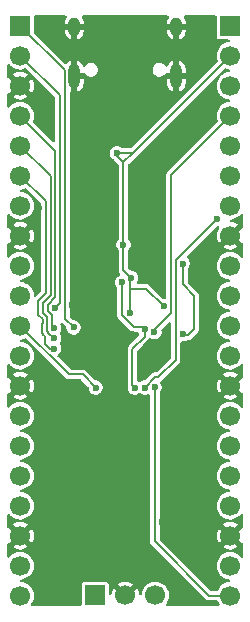
<source format=gbr>
%TF.GenerationSoftware,KiCad,Pcbnew,9.0.6*%
%TF.CreationDate,2025-12-04T10:49:31-05:00*%
%TF.ProjectId,Devboard,44657662-6f61-4726-942e-6b696361645f,rev?*%
%TF.SameCoordinates,Original*%
%TF.FileFunction,Copper,L2,Bot*%
%TF.FilePolarity,Positive*%
%FSLAX46Y46*%
G04 Gerber Fmt 4.6, Leading zero omitted, Abs format (unit mm)*
G04 Created by KiCad (PCBNEW 9.0.6) date 2025-12-04 10:49:31*
%MOMM*%
%LPD*%
G01*
G04 APERTURE LIST*
%TA.AperFunction,ComponentPad*%
%ADD10R,1.700000X1.700000*%
%TD*%
%TA.AperFunction,ComponentPad*%
%ADD11C,1.700000*%
%TD*%
%TA.AperFunction,HeatsinkPad*%
%ADD12O,1.000000X1.600000*%
%TD*%
%TA.AperFunction,HeatsinkPad*%
%ADD13O,1.000000X2.100000*%
%TD*%
%TA.AperFunction,ViaPad*%
%ADD14C,0.600000*%
%TD*%
%TA.AperFunction,Conductor*%
%ADD15C,0.200000*%
%TD*%
G04 APERTURE END LIST*
D10*
%TO.P,J4,1,Pin_1*%
%TO.N,SWCLK*%
X76160000Y-107690000D03*
D11*
%TO.P,J4,2,Pin_2*%
%TO.N,GND*%
X78700000Y-107690000D03*
%TO.P,J4,3,Pin_3*%
%TO.N,SWD*%
X81240000Y-107690000D03*
%TD*%
D10*
%TO.P,J3,1,Pin_1*%
%TO.N,VBUS*%
X87590000Y-59470000D03*
D11*
%TO.P,J3,2,Pin_2*%
%TO.N,+3V3*%
X87590000Y-62010000D03*
%TO.P,J3,3,Pin_3*%
%TO.N,GPIO29_ADC3*%
X87590000Y-64550000D03*
%TO.P,J3,4,Pin_4*%
%TO.N,GPIO28_ADC2*%
X87590000Y-67090000D03*
%TO.P,J3,5,Pin_5*%
%TO.N,GPIO27_ADC1*%
X87590000Y-69630000D03*
%TO.P,J3,6,Pin_6*%
%TO.N,GPIO26_ADC0*%
X87590000Y-72170000D03*
%TO.P,J3,7,Pin_7*%
%TO.N,RUN*%
X87590000Y-74710000D03*
%TO.P,J3,8,Pin_8*%
%TO.N,GND*%
X87590000Y-77250000D03*
%TO.P,J3,9,Pin_9*%
%TO.N,GPIO25*%
X87590000Y-79790000D03*
%TO.P,J3,10,Pin_10*%
%TO.N,GPIO24*%
X87590000Y-82330000D03*
%TO.P,J3,11,Pin_11*%
%TO.N,GPIO23*%
X87590000Y-84870000D03*
%TO.P,J3,12,Pin_12*%
%TO.N,GPIO22*%
X87590000Y-87410000D03*
%TO.P,J3,13,Pin_13*%
%TO.N,GND*%
X87590000Y-89950000D03*
%TO.P,J3,14,Pin_14*%
%TO.N,GPIO21*%
X87590000Y-92490000D03*
%TO.P,J3,15,Pin_15*%
%TO.N,GPIO20*%
X87590000Y-95030000D03*
%TO.P,J3,16,Pin_16*%
%TO.N,GPIO19*%
X87590000Y-97570000D03*
%TO.P,J3,17,Pin_17*%
%TO.N,GPIO18*%
X87590000Y-100110000D03*
%TO.P,J3,18,Pin_18*%
%TO.N,GND*%
X87590000Y-102650000D03*
%TO.P,J3,19,Pin_19*%
%TO.N,GPIO17*%
X87590000Y-105190000D03*
%TO.P,J3,20,Pin_20*%
%TO.N,GPIO16*%
X87590000Y-107730000D03*
%TD*%
D10*
%TO.P,J2,1,Pin_1*%
%TO.N,GPIO0*%
X69810000Y-59470000D03*
D11*
%TO.P,J2,2,Pin_2*%
%TO.N,GPIO1*%
X69810000Y-62010000D03*
%TO.P,J2,3,Pin_3*%
%TO.N,GND*%
X69810000Y-64550000D03*
%TO.P,J2,4,Pin_4*%
%TO.N,GPIO2*%
X69810000Y-67090000D03*
%TO.P,J2,5,Pin_5*%
%TO.N,GPIO3*%
X69810000Y-69630000D03*
%TO.P,J2,6,Pin_6*%
%TO.N,GPIO4*%
X69810000Y-72170000D03*
%TO.P,J2,7,Pin_7*%
%TO.N,GPIO5*%
X69810000Y-74710000D03*
%TO.P,J2,8,Pin_8*%
%TO.N,GND*%
X69810000Y-77250000D03*
%TO.P,J2,9,Pin_9*%
%TO.N,GPIO6*%
X69810000Y-79790000D03*
%TO.P,J2,10,Pin_10*%
%TO.N,GPIO7*%
X69810000Y-82330000D03*
%TO.P,J2,11,Pin_11*%
%TO.N,GPIO8*%
X69810000Y-84870000D03*
%TO.P,J2,12,Pin_12*%
%TO.N,GPIO9*%
X69810000Y-87410000D03*
%TO.P,J2,13,Pin_13*%
%TO.N,GND*%
X69810000Y-89950000D03*
%TO.P,J2,14,Pin_14*%
%TO.N,GPIO10*%
X69810000Y-92490000D03*
%TO.P,J2,15,Pin_15*%
%TO.N,GPIO11*%
X69810000Y-95030000D03*
%TO.P,J2,16,Pin_16*%
%TO.N,GPIO12*%
X69810000Y-97570000D03*
%TO.P,J2,17,Pin_17*%
%TO.N,GPIO13*%
X69810000Y-100110000D03*
%TO.P,J2,18,Pin_18*%
%TO.N,GND*%
X69810000Y-102650000D03*
%TO.P,J2,19,Pin_19*%
%TO.N,GPIO14*%
X69810000Y-105190000D03*
%TO.P,J2,20,Pin_20*%
%TO.N,GPIO15*%
X69810000Y-107730000D03*
%TD*%
D12*
%TO.P,J1,S1,SHIELD*%
%TO.N,GND*%
X74380000Y-59550000D03*
D13*
X74380000Y-63730000D03*
D12*
X83020000Y-59550000D03*
D13*
X83020000Y-63730000D03*
%TD*%
D14*
%TO.N,GND*%
X75795000Y-78550000D03*
X77025000Y-77225000D03*
X79450000Y-78050000D03*
X85725000Y-89975000D03*
X88325000Y-78475000D03*
%TO.N,RUN*%
X80339010Y-90100999D03*
%TO.N,+1V1*%
X78437500Y-81187500D03*
X80335206Y-85131745D03*
X79500000Y-90101000D03*
%TO.N,GND*%
X70655000Y-76405000D03*
X70625000Y-78475000D03*
X69100000Y-78500000D03*
X69100000Y-76050000D03*
X71375000Y-74925000D03*
X74537500Y-81162500D03*
X81700000Y-71075000D03*
X84650000Y-63625000D03*
X78950000Y-68725000D03*
X74375000Y-71000000D03*
X77900000Y-72175000D03*
X84350000Y-79950000D03*
X80250000Y-101400000D03*
X80300000Y-99850000D03*
X74225000Y-83150000D03*
X76850000Y-95100000D03*
X86350000Y-78425000D03*
X84925000Y-59675000D03*
X81875000Y-99825000D03*
X81850000Y-101450000D03*
X72200000Y-88800000D03*
X75583450Y-97701000D03*
X75200000Y-95420000D03*
X77650000Y-79275000D03*
X77850000Y-85625000D03*
X80775000Y-87700000D03*
X79300000Y-85600000D03*
X76800000Y-86650000D03*
X77700000Y-90100000D03*
X77100000Y-93650000D03*
%TO.N,GPIO28_ADC2*%
X81175000Y-85400000D03*
%TO.N,GPIO29_ADC3*%
X83575000Y-79611765D03*
X83575000Y-85600000D03*
%TO.N,GPIO16*%
X81202401Y-90096128D03*
%TO.N,RUN*%
X86500000Y-75800000D03*
%TO.N,GPIO0*%
X74325000Y-85019023D03*
%TO.N,GPIO1*%
X72751000Y-83350000D03*
%TO.N,GPIO2*%
X72673000Y-85076735D03*
%TO.N,GPIO3*%
X72673000Y-85950000D03*
%TO.N,GPIO4*%
X72673000Y-86800000D03*
%TO.N,GPIO8*%
X76201120Y-90102138D03*
%TO.N,+3V3*%
X78550000Y-78000000D03*
X79178223Y-80803404D03*
X79100000Y-83807289D03*
X78000000Y-70260000D03*
X81962500Y-83237500D03*
%TD*%
D15*
%TO.N,RUN*%
X82975000Y-87741470D02*
X81491470Y-89225000D01*
X81491470Y-89225000D02*
X81215009Y-89225000D01*
X86500000Y-75800000D02*
X82975000Y-79325000D01*
X82975000Y-79325000D02*
X82975000Y-87741470D01*
X81215009Y-89225000D02*
X80339010Y-90100999D01*
%TO.N,GPIO16*%
X81200000Y-103100000D02*
X85830000Y-107730000D01*
X81202401Y-90096128D02*
X81200000Y-90098529D01*
X81200000Y-90098529D02*
X81200000Y-103100000D01*
X85830000Y-107730000D02*
X87590000Y-107730000D01*
%TO.N,+1V1*%
X79300000Y-86824870D02*
X80335206Y-85789664D01*
X79502945Y-90090071D02*
X79300000Y-89887126D01*
X79500000Y-90101000D02*
X79502945Y-90098055D01*
X80335206Y-85789664D02*
X80335206Y-85131745D01*
X79502945Y-90098055D02*
X79502945Y-90090071D01*
X79300000Y-89887126D02*
X79300000Y-86824870D01*
%TO.N,GPIO8*%
X73938376Y-88998376D02*
X69810000Y-84870000D01*
X75097358Y-88998376D02*
X73938376Y-88998376D01*
X76201120Y-90102138D02*
X75097358Y-88998376D01*
%TO.N,+1V1*%
X78437500Y-83994732D02*
X78437500Y-81187500D01*
X80202461Y-84999000D02*
X79441768Y-84999000D01*
X79441768Y-84999000D02*
X78437500Y-83994732D01*
X80335206Y-85131745D02*
X80202461Y-84999000D01*
%TO.N,GND*%
X70655000Y-76405000D02*
X71375000Y-75685000D01*
X71375000Y-75685000D02*
X71375000Y-74925000D01*
X69810000Y-77250000D02*
X70655000Y-76405000D01*
%TO.N,GPIO4*%
X71348000Y-82768857D02*
X71975000Y-82141857D01*
X71348000Y-83931143D02*
X71348000Y-82768857D01*
X71975000Y-82141857D02*
X71975000Y-74335000D01*
X71698000Y-84281143D02*
X71348000Y-83931143D01*
X71698000Y-84634692D02*
X71698000Y-84281143D01*
X71671000Y-85491778D02*
X71671000Y-84661692D01*
X71774000Y-85618100D02*
X71774000Y-85594778D01*
X71671000Y-84661692D02*
X71698000Y-84634692D01*
X71925000Y-85769100D02*
X71774000Y-85618100D01*
X72307100Y-86800000D02*
X71925000Y-86417900D01*
X71975000Y-74335000D02*
X69810000Y-72170000D01*
X72673000Y-86800000D02*
X72307100Y-86800000D01*
X71925000Y-86417900D02*
X71925000Y-85769100D01*
X71774000Y-85594778D02*
X71671000Y-85491778D01*
%TO.N,GPIO3*%
X72376000Y-72196000D02*
X69810000Y-69630000D01*
X72376000Y-82307957D02*
X72376000Y-72196000D01*
X71749000Y-82934957D02*
X72376000Y-82307957D01*
X71749000Y-83765043D02*
X71749000Y-82934957D01*
X72099000Y-84800792D02*
X72099000Y-84115043D01*
X72072000Y-84827792D02*
X72099000Y-84800792D01*
X72175000Y-85428678D02*
X72072000Y-85325678D01*
X72072000Y-85325678D02*
X72072000Y-84827792D01*
X72175000Y-85452000D02*
X72175000Y-85428678D01*
X72099000Y-84115043D02*
X71749000Y-83765043D01*
X72673000Y-85950000D02*
X72175000Y-85452000D01*
%TO.N,GPIO2*%
X72777000Y-70057000D02*
X69810000Y-67090000D01*
X72777000Y-82474057D02*
X72777000Y-70057000D01*
X72150000Y-83598943D02*
X72150000Y-83101057D01*
X72500000Y-83948943D02*
X72150000Y-83598943D01*
X72500000Y-84903735D02*
X72500000Y-83948943D01*
X72150000Y-83101057D02*
X72777000Y-82474057D01*
X72673000Y-85076735D02*
X72500000Y-84903735D01*
%TO.N,GPIO1*%
X73178000Y-65378000D02*
X69810000Y-62010000D01*
X73178000Y-82923000D02*
X73178000Y-65378000D01*
X72751000Y-83350000D02*
X73178000Y-82923000D01*
%TO.N,GPIO29_ADC3*%
X83650000Y-85675000D02*
X83575000Y-85600000D01*
X84000000Y-85675000D02*
X83650000Y-85675000D01*
X84550000Y-85125000D02*
X84000000Y-85675000D01*
X83575000Y-81375000D02*
X84550000Y-82350000D01*
X84550000Y-82350000D02*
X84550000Y-85125000D01*
X83575000Y-79611765D02*
X83575000Y-81375000D01*
%TO.N,+3V3*%
X81962500Y-83237500D02*
X80450000Y-81725000D01*
X80450000Y-81725000D02*
X79100000Y-81725000D01*
X78550000Y-71050000D02*
X79340000Y-70260000D01*
X78550000Y-71075000D02*
X78550000Y-71050000D01*
X78550000Y-71075000D02*
X78550000Y-80175181D01*
%TO.N,GPIO28_ADC2*%
X82574000Y-83826000D02*
X82574000Y-72106000D01*
X81175000Y-85225000D02*
X82574000Y-83826000D01*
X81175000Y-85400000D02*
X81175000Y-85225000D01*
X82574000Y-72106000D02*
X87590000Y-67090000D01*
%TO.N,GPIO0*%
X73579000Y-63239000D02*
X69810000Y-59470000D01*
X74325000Y-85019023D02*
X73579000Y-84273023D01*
X73579000Y-84273023D02*
X73579000Y-63239000D01*
%TO.N,+3V3*%
X79100000Y-83807289D02*
X79100000Y-81725000D01*
X78550000Y-80175181D02*
X79178223Y-80803404D01*
X78550000Y-70260000D02*
X79340000Y-70260000D01*
X79100000Y-80881627D02*
X79178223Y-80803404D01*
X79100000Y-81123970D02*
X79100000Y-80881627D01*
X78000000Y-70260000D02*
X78550000Y-70260000D01*
X79340000Y-70260000D02*
X87590000Y-62010000D01*
X79299485Y-80924485D02*
X79299485Y-80858455D01*
X79100000Y-81725000D02*
X79100000Y-81123970D01*
X78000000Y-70500000D02*
X78000000Y-70260000D01*
X78550000Y-71050000D02*
X78000000Y-70500000D01*
%TD*%
%TA.AperFunction,Conductor*%
%TO.N,GND*%
G36*
X73686881Y-58620185D02*
G01*
X73732636Y-58672989D01*
X73742580Y-58742147D01*
X73722944Y-58793391D01*
X73671052Y-58871051D01*
X73671047Y-58871060D01*
X73610743Y-59016648D01*
X73610741Y-59016656D01*
X73580000Y-59171202D01*
X73580000Y-59300000D01*
X74080000Y-59300000D01*
X74080000Y-59800000D01*
X73580000Y-59800000D01*
X73580000Y-59928797D01*
X73610741Y-60083343D01*
X73610743Y-60083351D01*
X73671047Y-60228939D01*
X73671052Y-60228948D01*
X73758598Y-60359969D01*
X73758601Y-60359973D01*
X73870026Y-60471398D01*
X73870034Y-60471404D01*
X74001047Y-60558944D01*
X74001065Y-60558954D01*
X74129999Y-60612360D01*
X74130000Y-60612360D01*
X74130000Y-60016988D01*
X74139940Y-60034205D01*
X74195795Y-60090060D01*
X74264204Y-60129556D01*
X74340504Y-60150000D01*
X74419496Y-60150000D01*
X74495796Y-60129556D01*
X74564205Y-60090060D01*
X74620060Y-60034205D01*
X74630000Y-60016988D01*
X74630000Y-60612360D01*
X74758934Y-60558954D01*
X74758952Y-60558944D01*
X74889965Y-60471404D01*
X74889973Y-60471398D01*
X75001398Y-60359973D01*
X75001401Y-60359969D01*
X75088947Y-60228948D01*
X75088952Y-60228939D01*
X75149256Y-60083351D01*
X75149258Y-60083343D01*
X75179999Y-59928797D01*
X75180000Y-59928794D01*
X75180000Y-59800000D01*
X74680000Y-59800000D01*
X74680000Y-59300000D01*
X75180000Y-59300000D01*
X75180000Y-59171206D01*
X75179999Y-59171202D01*
X75149258Y-59016656D01*
X75149256Y-59016648D01*
X75088952Y-58871060D01*
X75088947Y-58871051D01*
X75037056Y-58793391D01*
X75016178Y-58726714D01*
X75034662Y-58659333D01*
X75086641Y-58612643D01*
X75140158Y-58600500D01*
X82259842Y-58600500D01*
X82326881Y-58620185D01*
X82372636Y-58672989D01*
X82382580Y-58742147D01*
X82362944Y-58793391D01*
X82311052Y-58871051D01*
X82311047Y-58871060D01*
X82250743Y-59016648D01*
X82250741Y-59016656D01*
X82220000Y-59171202D01*
X82220000Y-59300000D01*
X82720000Y-59300000D01*
X82720000Y-59800000D01*
X82220000Y-59800000D01*
X82220000Y-59928797D01*
X82250741Y-60083343D01*
X82250743Y-60083351D01*
X82311047Y-60228939D01*
X82311052Y-60228948D01*
X82398598Y-60359969D01*
X82398601Y-60359973D01*
X82510026Y-60471398D01*
X82510034Y-60471404D01*
X82641047Y-60558944D01*
X82641065Y-60558954D01*
X82769999Y-60612360D01*
X82770000Y-60612360D01*
X82770000Y-60016988D01*
X82779940Y-60034205D01*
X82835795Y-60090060D01*
X82904204Y-60129556D01*
X82980504Y-60150000D01*
X83059496Y-60150000D01*
X83135796Y-60129556D01*
X83204205Y-60090060D01*
X83260060Y-60034205D01*
X83270000Y-60016988D01*
X83270000Y-60612360D01*
X83398934Y-60558954D01*
X83398952Y-60558944D01*
X83529965Y-60471404D01*
X83529973Y-60471398D01*
X83641398Y-60359973D01*
X83641401Y-60359969D01*
X83728947Y-60228948D01*
X83728952Y-60228939D01*
X83789256Y-60083351D01*
X83789258Y-60083343D01*
X83819999Y-59928797D01*
X83820000Y-59928794D01*
X83820000Y-59800000D01*
X83320000Y-59800000D01*
X83320000Y-59300000D01*
X83820000Y-59300000D01*
X83820000Y-59171206D01*
X83819999Y-59171202D01*
X83789258Y-59016656D01*
X83789256Y-59016648D01*
X83728952Y-58871060D01*
X83728947Y-58871051D01*
X83677056Y-58793391D01*
X83656178Y-58726714D01*
X83674662Y-58659333D01*
X83726641Y-58612643D01*
X83780158Y-58600500D01*
X86315500Y-58600500D01*
X86382539Y-58620185D01*
X86428294Y-58672989D01*
X86439500Y-58724500D01*
X86439500Y-60364856D01*
X86439502Y-60364882D01*
X86442413Y-60389987D01*
X86442415Y-60389991D01*
X86487793Y-60492764D01*
X86487794Y-60492765D01*
X86567235Y-60572206D01*
X86670009Y-60617585D01*
X86695135Y-60620500D01*
X87432873Y-60620499D01*
X87499910Y-60640183D01*
X87545665Y-60692987D01*
X87555609Y-60762146D01*
X87526584Y-60825702D01*
X87467806Y-60863476D01*
X87452270Y-60866972D01*
X87320589Y-60887829D01*
X87148363Y-60943787D01*
X87148360Y-60943788D01*
X86987002Y-61026006D01*
X86840505Y-61132441D01*
X86840500Y-61132445D01*
X86712445Y-61260500D01*
X86712441Y-61260505D01*
X86606006Y-61407002D01*
X86523788Y-61568360D01*
X86523787Y-61568363D01*
X86467829Y-61740589D01*
X86439500Y-61919448D01*
X86439500Y-62100551D01*
X86467829Y-62279410D01*
X86514575Y-62423281D01*
X86516570Y-62493122D01*
X86484325Y-62549280D01*
X79210426Y-69823181D01*
X79149103Y-69856666D01*
X79122745Y-69859500D01*
X78500098Y-69859500D01*
X78433059Y-69839815D01*
X78412417Y-69823181D01*
X78368717Y-69779481D01*
X78368709Y-69779475D01*
X78231790Y-69700426D01*
X78231786Y-69700424D01*
X78231784Y-69700423D01*
X78079057Y-69659500D01*
X77920943Y-69659500D01*
X77768216Y-69700423D01*
X77768209Y-69700426D01*
X77631290Y-69779475D01*
X77631282Y-69779481D01*
X77519481Y-69891282D01*
X77519475Y-69891290D01*
X77440426Y-70028209D01*
X77440423Y-70028216D01*
X77399500Y-70180943D01*
X77399500Y-70339057D01*
X77410337Y-70379499D01*
X77440423Y-70491783D01*
X77440426Y-70491790D01*
X77519475Y-70628709D01*
X77519479Y-70628714D01*
X77519480Y-70628716D01*
X77631284Y-70740520D01*
X77718515Y-70790882D01*
X77744193Y-70810586D01*
X78113181Y-71179574D01*
X78146666Y-71240897D01*
X78149500Y-71267255D01*
X78149500Y-77499902D01*
X78129815Y-77566941D01*
X78113181Y-77587583D01*
X78069481Y-77631282D01*
X78069475Y-77631290D01*
X77990426Y-77768209D01*
X77990423Y-77768216D01*
X77949500Y-77920943D01*
X77949500Y-78079057D01*
X77987825Y-78222086D01*
X77990423Y-78231783D01*
X77990426Y-78231790D01*
X78069475Y-78368709D01*
X78069481Y-78368717D01*
X78113181Y-78412417D01*
X78146666Y-78473740D01*
X78149500Y-78500098D01*
X78149500Y-80122454D01*
X78149500Y-80227908D01*
X78153766Y-80243830D01*
X78176793Y-80329770D01*
X78203156Y-80375431D01*
X78229520Y-80421094D01*
X78229522Y-80421096D01*
X78237663Y-80429237D01*
X78271148Y-80490560D01*
X78266164Y-80560252D01*
X78224292Y-80616185D01*
X78211982Y-80624305D01*
X78068787Y-80706977D01*
X78068782Y-80706981D01*
X77956981Y-80818782D01*
X77956975Y-80818790D01*
X77877926Y-80955709D01*
X77877923Y-80955716D01*
X77837000Y-81108443D01*
X77837000Y-81266557D01*
X77858289Y-81346006D01*
X77877923Y-81419283D01*
X77877926Y-81419290D01*
X77956975Y-81556209D01*
X77956981Y-81556217D01*
X78000681Y-81599917D01*
X78034166Y-81661240D01*
X78037000Y-81687598D01*
X78037000Y-83942005D01*
X78037000Y-84047459D01*
X78039855Y-84058113D01*
X78064293Y-84149321D01*
X78090656Y-84194982D01*
X78117020Y-84240645D01*
X79121287Y-85244912D01*
X79121288Y-85244913D01*
X79195855Y-85319480D01*
X79287181Y-85372207D01*
X79389041Y-85399500D01*
X79494495Y-85399500D01*
X79724805Y-85399500D01*
X79730530Y-85401181D01*
X79736389Y-85400042D01*
X79763672Y-85410912D01*
X79791844Y-85419185D01*
X79797178Y-85424263D01*
X79801297Y-85425904D01*
X79812679Y-85439018D01*
X79825694Y-85451407D01*
X79829188Y-85456297D01*
X79854686Y-85500461D01*
X79875919Y-85521694D01*
X79881878Y-85530033D01*
X79890126Y-85553740D01*
X79902155Y-85575768D01*
X79901411Y-85586171D01*
X79904839Y-85596023D01*
X79898961Y-85620425D01*
X79897171Y-85645460D01*
X79890390Y-85656010D01*
X79888478Y-85663950D01*
X79880196Y-85671872D01*
X79868670Y-85689807D01*
X78979522Y-86578954D01*
X78979518Y-86578960D01*
X78926792Y-86670282D01*
X78926793Y-86670283D01*
X78899500Y-86772143D01*
X78899500Y-89939857D01*
X78901899Y-89948809D01*
X78901899Y-90012987D01*
X78899500Y-90021938D01*
X78899500Y-90021943D01*
X78899500Y-90180057D01*
X78939118Y-90327911D01*
X78940423Y-90332783D01*
X78940426Y-90332790D01*
X79019475Y-90469709D01*
X79019479Y-90469714D01*
X79019480Y-90469716D01*
X79131284Y-90581520D01*
X79131286Y-90581521D01*
X79131290Y-90581524D01*
X79218126Y-90631658D01*
X79268216Y-90660577D01*
X79420943Y-90701500D01*
X79420945Y-90701500D01*
X79579055Y-90701500D01*
X79579057Y-90701500D01*
X79731784Y-90660577D01*
X79857506Y-90587991D01*
X79925405Y-90571519D01*
X79981503Y-90587990D01*
X80107226Y-90660576D01*
X80259953Y-90701499D01*
X80259955Y-90701499D01*
X80418065Y-90701499D01*
X80418067Y-90701499D01*
X80570794Y-90660576D01*
X80613500Y-90635920D01*
X80681401Y-90619447D01*
X80747427Y-90642300D01*
X80790618Y-90697221D01*
X80799500Y-90743307D01*
X80799500Y-103152726D01*
X80826793Y-103254589D01*
X80834844Y-103268533D01*
X80879520Y-103345913D01*
X85584087Y-108050480D01*
X85675412Y-108103207D01*
X85777273Y-108130500D01*
X86426840Y-108130500D01*
X86493879Y-108150185D01*
X86537325Y-108198205D01*
X86606003Y-108332993D01*
X86656586Y-108402615D01*
X86680065Y-108468422D01*
X86664239Y-108536476D01*
X86614133Y-108585170D01*
X86556267Y-108599500D01*
X82244671Y-108599500D01*
X82177632Y-108579815D01*
X82131877Y-108527011D01*
X82121933Y-108457853D01*
X82144353Y-108402615D01*
X82194935Y-108332993D01*
X82223996Y-108292994D01*
X82306211Y-108131639D01*
X82362171Y-107959409D01*
X82376765Y-107867259D01*
X82390500Y-107780551D01*
X82390500Y-107599448D01*
X82368506Y-107460589D01*
X82362171Y-107420591D01*
X82306273Y-107248552D01*
X82306212Y-107248363D01*
X82306211Y-107248360D01*
X82244375Y-107127002D01*
X82223996Y-107087006D01*
X82169375Y-107011826D01*
X82117558Y-106940505D01*
X82117554Y-106940500D01*
X81989499Y-106812445D01*
X81989494Y-106812441D01*
X81842997Y-106706006D01*
X81842996Y-106706005D01*
X81842994Y-106706004D01*
X81766906Y-106667235D01*
X81681639Y-106623788D01*
X81681636Y-106623787D01*
X81509410Y-106567829D01*
X81330551Y-106539500D01*
X81330546Y-106539500D01*
X81149454Y-106539500D01*
X81149449Y-106539500D01*
X80970589Y-106567829D01*
X80798363Y-106623787D01*
X80798360Y-106623788D01*
X80637002Y-106706006D01*
X80490505Y-106812441D01*
X80490500Y-106812445D01*
X80362445Y-106940500D01*
X80362441Y-106940505D01*
X80256006Y-107087002D01*
X80173788Y-107248360D01*
X80173787Y-107248363D01*
X80117829Y-107420589D01*
X80092219Y-107582280D01*
X80062289Y-107645414D01*
X80002978Y-107682345D01*
X79933115Y-107681347D01*
X79874883Y-107642737D01*
X79847273Y-107582279D01*
X79821682Y-107420706D01*
X79765748Y-107248555D01*
X79765747Y-107248552D01*
X79683571Y-107087275D01*
X79683566Y-107087267D01*
X79672085Y-107071466D01*
X79182962Y-107560589D01*
X79165925Y-107497007D01*
X79100099Y-107382993D01*
X79007007Y-107289901D01*
X78892993Y-107224075D01*
X78829409Y-107207037D01*
X79318533Y-106717913D01*
X79302730Y-106706431D01*
X79141447Y-106624252D01*
X79141444Y-106624251D01*
X78969293Y-106568317D01*
X78790506Y-106540000D01*
X78609494Y-106540000D01*
X78430706Y-106568317D01*
X78258555Y-106624251D01*
X78258547Y-106624254D01*
X78097269Y-106706432D01*
X78081466Y-106717912D01*
X78081466Y-106717913D01*
X78570591Y-107207037D01*
X78507007Y-107224075D01*
X78392993Y-107289901D01*
X78299901Y-107382993D01*
X78234075Y-107497007D01*
X78217037Y-107560590D01*
X77727913Y-107071466D01*
X77727912Y-107071466D01*
X77716432Y-107087269D01*
X77634254Y-107248547D01*
X77634251Y-107248555D01*
X77578317Y-107420706D01*
X77556972Y-107555471D01*
X77527043Y-107618606D01*
X77467731Y-107655537D01*
X77397868Y-107654539D01*
X77339636Y-107615929D01*
X77311522Y-107551965D01*
X77310499Y-107536073D01*
X77310499Y-106795143D01*
X77310499Y-106795136D01*
X77307585Y-106770009D01*
X77262206Y-106667235D01*
X77182765Y-106587794D01*
X77138654Y-106568317D01*
X77079992Y-106542415D01*
X77054865Y-106539500D01*
X75265143Y-106539500D01*
X75265117Y-106539502D01*
X75240012Y-106542413D01*
X75240008Y-106542415D01*
X75137235Y-106587793D01*
X75057794Y-106667234D01*
X75012415Y-106770006D01*
X75012415Y-106770008D01*
X75009502Y-106795122D01*
X75009500Y-106795135D01*
X75009500Y-107682345D01*
X75009501Y-108475500D01*
X74989816Y-108542539D01*
X74937013Y-108588294D01*
X74885501Y-108599500D01*
X70843733Y-108599500D01*
X70776694Y-108579815D01*
X70730939Y-108527011D01*
X70720995Y-108457853D01*
X70743414Y-108402615D01*
X70759805Y-108380053D01*
X70793996Y-108332994D01*
X70876211Y-108171639D01*
X70932171Y-107999409D01*
X70946765Y-107907259D01*
X70960500Y-107820551D01*
X70960500Y-107639448D01*
X70944019Y-107535397D01*
X70932171Y-107460591D01*
X70877777Y-107293181D01*
X70876212Y-107288363D01*
X70876211Y-107288360D01*
X70826093Y-107190000D01*
X70793996Y-107127006D01*
X70765124Y-107087267D01*
X70687558Y-106980505D01*
X70687554Y-106980500D01*
X70559499Y-106852445D01*
X70559494Y-106852441D01*
X70412997Y-106746006D01*
X70412996Y-106746005D01*
X70412994Y-106746004D01*
X70357861Y-106717912D01*
X70251639Y-106663788D01*
X70251636Y-106663787D01*
X70079410Y-106607829D01*
X69919321Y-106582473D01*
X69856186Y-106552544D01*
X69819255Y-106493232D01*
X69820253Y-106423370D01*
X69858863Y-106365137D01*
X69919321Y-106337527D01*
X69989425Y-106326422D01*
X70079409Y-106312171D01*
X70251639Y-106256211D01*
X70412994Y-106173996D01*
X70559501Y-106067553D01*
X70687553Y-105939501D01*
X70793996Y-105792994D01*
X70876211Y-105631639D01*
X70932171Y-105459409D01*
X70946765Y-105367259D01*
X70960500Y-105280551D01*
X70960500Y-105099448D01*
X70944019Y-104995397D01*
X70932171Y-104920591D01*
X70876211Y-104748361D01*
X70876211Y-104748360D01*
X70847740Y-104692484D01*
X70793996Y-104587006D01*
X70731401Y-104500851D01*
X70687558Y-104440505D01*
X70687554Y-104440500D01*
X70559499Y-104312445D01*
X70559494Y-104312441D01*
X70412997Y-104206006D01*
X70412996Y-104206005D01*
X70412994Y-104206004D01*
X70361300Y-104179664D01*
X70251639Y-104123788D01*
X70251636Y-104123787D01*
X70079410Y-104067828D01*
X69917720Y-104042219D01*
X69854585Y-104012289D01*
X69817654Y-103952978D01*
X69818652Y-103883115D01*
X69857262Y-103824883D01*
X69917721Y-103797273D01*
X70079292Y-103771683D01*
X70251444Y-103715748D01*
X70251452Y-103715745D01*
X70412730Y-103633568D01*
X70428532Y-103622085D01*
X70428533Y-103622085D01*
X69939410Y-103132962D01*
X70002993Y-103115925D01*
X70117007Y-103050099D01*
X70210099Y-102957007D01*
X70275925Y-102842993D01*
X70292962Y-102779410D01*
X70782085Y-103268533D01*
X70782085Y-103268532D01*
X70793568Y-103252730D01*
X70875745Y-103091452D01*
X70875748Y-103091444D01*
X70931682Y-102919293D01*
X70960000Y-102740506D01*
X70960000Y-102559493D01*
X70931682Y-102380706D01*
X70875748Y-102208555D01*
X70875747Y-102208552D01*
X70793571Y-102047275D01*
X70793566Y-102047267D01*
X70782085Y-102031466D01*
X70292962Y-102520589D01*
X70275925Y-102457007D01*
X70210099Y-102342993D01*
X70117007Y-102249901D01*
X70002993Y-102184075D01*
X69939409Y-102167037D01*
X70428533Y-101677913D01*
X70412730Y-101666431D01*
X70251447Y-101584252D01*
X70251444Y-101584251D01*
X70079293Y-101528317D01*
X69917720Y-101502726D01*
X69854585Y-101472797D01*
X69817654Y-101413485D01*
X69818652Y-101343623D01*
X69857262Y-101285390D01*
X69917720Y-101257780D01*
X69932270Y-101255475D01*
X70079409Y-101232171D01*
X70251639Y-101176211D01*
X70412994Y-101093996D01*
X70559501Y-100987553D01*
X70687553Y-100859501D01*
X70793996Y-100712994D01*
X70876211Y-100551639D01*
X70932171Y-100379409D01*
X70946765Y-100287259D01*
X70960500Y-100200551D01*
X70960500Y-100019448D01*
X70944019Y-99915397D01*
X70932171Y-99840591D01*
X70876211Y-99668361D01*
X70876211Y-99668360D01*
X70847740Y-99612484D01*
X70793996Y-99507006D01*
X70731401Y-99420851D01*
X70687558Y-99360505D01*
X70687554Y-99360500D01*
X70559499Y-99232445D01*
X70559494Y-99232441D01*
X70412997Y-99126006D01*
X70412996Y-99126005D01*
X70412994Y-99126004D01*
X70361300Y-99099664D01*
X70251639Y-99043788D01*
X70251636Y-99043787D01*
X70079410Y-98987829D01*
X69919321Y-98962473D01*
X69856186Y-98932544D01*
X69819255Y-98873232D01*
X69820253Y-98803370D01*
X69858863Y-98745137D01*
X69919321Y-98717527D01*
X69989425Y-98706422D01*
X70079409Y-98692171D01*
X70251639Y-98636211D01*
X70412994Y-98553996D01*
X70559501Y-98447553D01*
X70687553Y-98319501D01*
X70793996Y-98172994D01*
X70876211Y-98011639D01*
X70932171Y-97839409D01*
X70946765Y-97747259D01*
X70960500Y-97660551D01*
X70960500Y-97479448D01*
X70944019Y-97375397D01*
X70932171Y-97300591D01*
X70876211Y-97128361D01*
X70876211Y-97128360D01*
X70847740Y-97072484D01*
X70793996Y-96967006D01*
X70731401Y-96880851D01*
X70687558Y-96820505D01*
X70687554Y-96820500D01*
X70559499Y-96692445D01*
X70559494Y-96692441D01*
X70412997Y-96586006D01*
X70412996Y-96586005D01*
X70412994Y-96586004D01*
X70361300Y-96559664D01*
X70251639Y-96503788D01*
X70251636Y-96503787D01*
X70079410Y-96447829D01*
X69919321Y-96422473D01*
X69856186Y-96392544D01*
X69819255Y-96333232D01*
X69820253Y-96263370D01*
X69858863Y-96205137D01*
X69919321Y-96177527D01*
X69989425Y-96166422D01*
X70079409Y-96152171D01*
X70251639Y-96096211D01*
X70412994Y-96013996D01*
X70559501Y-95907553D01*
X70687553Y-95779501D01*
X70793996Y-95632994D01*
X70876211Y-95471639D01*
X70932171Y-95299409D01*
X70946765Y-95207259D01*
X70960500Y-95120551D01*
X70960500Y-94939448D01*
X70944019Y-94835397D01*
X70932171Y-94760591D01*
X70876211Y-94588361D01*
X70876211Y-94588360D01*
X70847740Y-94532484D01*
X70793996Y-94427006D01*
X70731401Y-94340851D01*
X70687558Y-94280505D01*
X70687554Y-94280500D01*
X70559499Y-94152445D01*
X70559494Y-94152441D01*
X70412997Y-94046006D01*
X70412996Y-94046005D01*
X70412994Y-94046004D01*
X70361300Y-94019664D01*
X70251639Y-93963788D01*
X70251636Y-93963787D01*
X70079410Y-93907829D01*
X69919321Y-93882473D01*
X69856186Y-93852544D01*
X69819255Y-93793232D01*
X69820253Y-93723370D01*
X69858863Y-93665137D01*
X69919321Y-93637527D01*
X69989425Y-93626422D01*
X70079409Y-93612171D01*
X70251639Y-93556211D01*
X70412994Y-93473996D01*
X70559501Y-93367553D01*
X70687553Y-93239501D01*
X70793996Y-93092994D01*
X70876211Y-92931639D01*
X70932171Y-92759409D01*
X70946765Y-92667259D01*
X70960500Y-92580551D01*
X70960500Y-92399448D01*
X70944019Y-92295397D01*
X70932171Y-92220591D01*
X70876211Y-92048361D01*
X70876211Y-92048360D01*
X70847740Y-91992484D01*
X70793996Y-91887006D01*
X70731401Y-91800851D01*
X70687558Y-91740505D01*
X70687554Y-91740500D01*
X70559499Y-91612445D01*
X70559494Y-91612441D01*
X70412997Y-91506006D01*
X70412996Y-91506005D01*
X70412994Y-91506004D01*
X70361300Y-91479664D01*
X70251639Y-91423788D01*
X70251636Y-91423787D01*
X70079410Y-91367828D01*
X69917720Y-91342219D01*
X69854585Y-91312289D01*
X69817654Y-91252978D01*
X69818652Y-91183115D01*
X69857262Y-91124883D01*
X69917721Y-91097273D01*
X70079292Y-91071683D01*
X70251444Y-91015748D01*
X70251452Y-91015745D01*
X70412730Y-90933568D01*
X70428532Y-90922085D01*
X70428533Y-90922085D01*
X69939410Y-90432962D01*
X70002993Y-90415925D01*
X70117007Y-90350099D01*
X70210099Y-90257007D01*
X70275925Y-90142993D01*
X70292962Y-90079410D01*
X70782085Y-90568533D01*
X70782085Y-90568532D01*
X70793568Y-90552730D01*
X70875745Y-90391452D01*
X70875748Y-90391444D01*
X70931682Y-90219293D01*
X70960000Y-90040506D01*
X70960000Y-89859493D01*
X70931682Y-89680706D01*
X70875748Y-89508555D01*
X70875747Y-89508552D01*
X70793571Y-89347275D01*
X70793566Y-89347267D01*
X70782085Y-89331466D01*
X70292962Y-89820589D01*
X70275925Y-89757007D01*
X70210099Y-89642993D01*
X70117007Y-89549901D01*
X70002993Y-89484075D01*
X69939409Y-89467037D01*
X70428533Y-88977913D01*
X70412730Y-88966431D01*
X70251447Y-88884252D01*
X70251444Y-88884251D01*
X70079293Y-88828317D01*
X69917720Y-88802726D01*
X69854585Y-88772797D01*
X69817654Y-88713485D01*
X69818652Y-88643623D01*
X69857262Y-88585390D01*
X69917720Y-88557780D01*
X69932270Y-88555475D01*
X70079409Y-88532171D01*
X70251639Y-88476211D01*
X70412994Y-88393996D01*
X70559501Y-88287553D01*
X70687553Y-88159501D01*
X70793996Y-88012994D01*
X70876211Y-87851639D01*
X70932171Y-87679409D01*
X70948616Y-87575577D01*
X70960500Y-87500551D01*
X70960500Y-87319448D01*
X70944019Y-87215397D01*
X70932171Y-87140591D01*
X70876211Y-86968361D01*
X70876211Y-86968360D01*
X70830708Y-86879057D01*
X70793996Y-86807006D01*
X70768667Y-86772143D01*
X70698638Y-86675755D01*
X70698634Y-86675751D01*
X70687553Y-86660499D01*
X70559501Y-86532447D01*
X70544248Y-86521365D01*
X70544244Y-86521361D01*
X70412997Y-86426006D01*
X70412996Y-86426005D01*
X70412994Y-86426004D01*
X70361300Y-86399664D01*
X70251639Y-86343788D01*
X70251636Y-86343787D01*
X70079410Y-86287829D01*
X69919321Y-86262473D01*
X69856186Y-86232544D01*
X69819255Y-86173232D01*
X69820253Y-86103370D01*
X69858863Y-86045137D01*
X69919321Y-86017527D01*
X70079409Y-85992171D01*
X70130182Y-85975674D01*
X70223284Y-85945423D01*
X70293123Y-85943429D01*
X70349281Y-85975674D01*
X73617895Y-89244288D01*
X73617896Y-89244289D01*
X73692463Y-89318856D01*
X73783789Y-89371583D01*
X73885649Y-89398876D01*
X74880103Y-89398876D01*
X74947142Y-89418561D01*
X74967784Y-89435195D01*
X75564301Y-90031712D01*
X75597786Y-90093035D01*
X75600620Y-90119393D01*
X75600620Y-90181195D01*
X75639935Y-90327918D01*
X75641543Y-90333921D01*
X75641546Y-90333928D01*
X75720595Y-90470847D01*
X75720599Y-90470852D01*
X75720600Y-90470854D01*
X75832404Y-90582658D01*
X75832406Y-90582659D01*
X75832410Y-90582662D01*
X75917275Y-90631658D01*
X75969336Y-90661715D01*
X76122063Y-90702638D01*
X76122065Y-90702638D01*
X76280175Y-90702638D01*
X76280177Y-90702638D01*
X76432904Y-90661715D01*
X76569836Y-90582658D01*
X76681640Y-90470854D01*
X76760697Y-90333922D01*
X76801620Y-90181195D01*
X76801620Y-90023081D01*
X76760697Y-89870354D01*
X76757227Y-89864344D01*
X76681644Y-89733428D01*
X76681638Y-89733420D01*
X76569837Y-89621619D01*
X76569829Y-89621613D01*
X76432910Y-89542564D01*
X76432906Y-89542562D01*
X76432904Y-89542561D01*
X76280177Y-89501638D01*
X76280176Y-89501638D01*
X76218375Y-89501638D01*
X76151336Y-89481953D01*
X76130694Y-89465319D01*
X75343273Y-88677898D01*
X75343271Y-88677896D01*
X75297608Y-88651532D01*
X75251947Y-88625169D01*
X75201015Y-88611522D01*
X75150085Y-88597876D01*
X75150084Y-88597876D01*
X74155631Y-88597876D01*
X74088592Y-88578191D01*
X74067950Y-88561557D01*
X72994445Y-87488052D01*
X72960960Y-87426729D01*
X72965944Y-87357037D01*
X73007816Y-87301104D01*
X73020123Y-87292986D01*
X73041716Y-87280520D01*
X73153520Y-87168716D01*
X73232577Y-87031784D01*
X73273500Y-86879057D01*
X73273500Y-86720943D01*
X73232577Y-86568216D01*
X73156819Y-86436999D01*
X73140347Y-86369099D01*
X73156820Y-86313000D01*
X73171352Y-86287829D01*
X73232577Y-86181784D01*
X73273500Y-86029057D01*
X73273500Y-85870943D01*
X73232577Y-85718216D01*
X73169524Y-85609004D01*
X73150104Y-85575367D01*
X73133631Y-85507466D01*
X73150104Y-85451367D01*
X73164805Y-85425904D01*
X73232577Y-85308519D01*
X73273500Y-85155792D01*
X73273500Y-84997678D01*
X73232577Y-84844951D01*
X73222728Y-84827892D01*
X73206256Y-84759994D01*
X73229108Y-84693967D01*
X73284029Y-84650777D01*
X73353583Y-84644135D01*
X73415685Y-84676151D01*
X73417797Y-84678213D01*
X73688181Y-84948597D01*
X73721666Y-85009920D01*
X73724500Y-85036278D01*
X73724500Y-85098080D01*
X73763844Y-85244912D01*
X73765423Y-85250806D01*
X73765426Y-85250813D01*
X73844475Y-85387732D01*
X73844479Y-85387737D01*
X73844480Y-85387739D01*
X73956284Y-85499543D01*
X73956286Y-85499544D01*
X73956290Y-85499547D01*
X74087616Y-85575367D01*
X74093216Y-85578600D01*
X74245943Y-85619523D01*
X74245945Y-85619523D01*
X74404055Y-85619523D01*
X74404057Y-85619523D01*
X74556784Y-85578600D01*
X74693716Y-85499543D01*
X74805520Y-85387739D01*
X74884577Y-85250807D01*
X74925500Y-85098080D01*
X74925500Y-84939966D01*
X74884577Y-84787239D01*
X74878802Y-84777236D01*
X74805524Y-84650313D01*
X74805518Y-84650305D01*
X74693717Y-84538504D01*
X74693709Y-84538498D01*
X74556790Y-84459449D01*
X74556786Y-84459447D01*
X74556784Y-84459446D01*
X74404057Y-84418523D01*
X74404056Y-84418523D01*
X74342255Y-84418523D01*
X74275216Y-84398838D01*
X74254574Y-84382204D01*
X74015819Y-84143449D01*
X73982334Y-84082126D01*
X73979500Y-84055768D01*
X73979500Y-65165599D01*
X73999185Y-65098560D01*
X74051989Y-65052805D01*
X74121147Y-65042861D01*
X74126891Y-65044437D01*
X74130000Y-65042360D01*
X74130000Y-64446988D01*
X74139940Y-64464205D01*
X74195795Y-64520060D01*
X74264204Y-64559556D01*
X74340504Y-64580000D01*
X74419496Y-64580000D01*
X74495796Y-64559556D01*
X74564205Y-64520060D01*
X74620060Y-64464205D01*
X74630000Y-64446988D01*
X74630000Y-65042360D01*
X74758934Y-64988954D01*
X74758952Y-64988944D01*
X74889965Y-64901404D01*
X74889973Y-64901398D01*
X75001398Y-64789973D01*
X75001401Y-64789969D01*
X75088947Y-64658948D01*
X75088952Y-64658939D01*
X75149256Y-64513351D01*
X75149258Y-64513343D01*
X75179999Y-64358797D01*
X75180000Y-64358794D01*
X75180000Y-63980000D01*
X74680000Y-63980000D01*
X74680000Y-63480000D01*
X75231362Y-63480000D01*
X75231362Y-63481884D01*
X75277320Y-63485163D01*
X75333261Y-63527024D01*
X75341391Y-63539346D01*
X75349485Y-63553365D01*
X75456635Y-63660515D01*
X75587865Y-63736281D01*
X75734234Y-63775500D01*
X75734236Y-63775500D01*
X75885764Y-63775500D01*
X75885766Y-63775500D01*
X76032135Y-63736281D01*
X76163365Y-63660515D01*
X76270515Y-63553365D01*
X76346281Y-63422135D01*
X76385500Y-63275766D01*
X76385500Y-63124234D01*
X81014500Y-63124234D01*
X81014500Y-63275765D01*
X81053719Y-63422136D01*
X81089315Y-63483789D01*
X81129485Y-63553365D01*
X81236635Y-63660515D01*
X81367865Y-63736281D01*
X81514234Y-63775500D01*
X81514236Y-63775500D01*
X81665764Y-63775500D01*
X81665766Y-63775500D01*
X81812135Y-63736281D01*
X81943365Y-63660515D01*
X82050515Y-63553365D01*
X82058604Y-63539353D01*
X82109168Y-63491139D01*
X82177774Y-63477914D01*
X82182985Y-63480000D01*
X82720000Y-63480000D01*
X82720000Y-63980000D01*
X82220000Y-63980000D01*
X82220000Y-64358797D01*
X82250741Y-64513343D01*
X82250743Y-64513351D01*
X82311047Y-64658939D01*
X82311052Y-64658948D01*
X82398598Y-64789969D01*
X82398601Y-64789973D01*
X82510026Y-64901398D01*
X82510034Y-64901404D01*
X82641047Y-64988944D01*
X82641065Y-64988954D01*
X82769999Y-65042360D01*
X82770000Y-65042360D01*
X82770000Y-64446988D01*
X82779940Y-64464205D01*
X82835795Y-64520060D01*
X82904204Y-64559556D01*
X82980504Y-64580000D01*
X83059496Y-64580000D01*
X83135796Y-64559556D01*
X83204205Y-64520060D01*
X83260060Y-64464205D01*
X83270000Y-64446988D01*
X83270000Y-65042360D01*
X83398934Y-64988954D01*
X83398952Y-64988944D01*
X83529965Y-64901404D01*
X83529973Y-64901398D01*
X83641398Y-64789973D01*
X83641401Y-64789969D01*
X83728947Y-64658948D01*
X83728952Y-64658939D01*
X83789256Y-64513351D01*
X83789258Y-64513343D01*
X83819999Y-64358797D01*
X83820000Y-64358794D01*
X83820000Y-63980000D01*
X83320000Y-63980000D01*
X83320000Y-63480000D01*
X83820000Y-63480000D01*
X83820000Y-63101206D01*
X83819999Y-63101202D01*
X83789258Y-62946656D01*
X83789256Y-62946648D01*
X83728952Y-62801060D01*
X83728947Y-62801051D01*
X83641401Y-62670030D01*
X83641398Y-62670026D01*
X83529973Y-62558601D01*
X83529969Y-62558598D01*
X83398948Y-62471052D01*
X83398938Y-62471047D01*
X83270000Y-62417639D01*
X83270000Y-63013011D01*
X83260060Y-62995795D01*
X83204205Y-62939940D01*
X83135796Y-62900444D01*
X83059496Y-62880000D01*
X82980504Y-62880000D01*
X82904204Y-62900444D01*
X82835795Y-62939940D01*
X82779940Y-62995795D01*
X82770000Y-63013011D01*
X82770000Y-62417639D01*
X82769999Y-62417639D01*
X82641061Y-62471047D01*
X82641051Y-62471052D01*
X82510030Y-62558598D01*
X82510026Y-62558601D01*
X82398601Y-62670026D01*
X82398598Y-62670030D01*
X82311052Y-62801051D01*
X82311049Y-62801057D01*
X82287446Y-62858040D01*
X82243604Y-62912443D01*
X82177310Y-62934507D01*
X82109611Y-62917227D01*
X82065498Y-62872587D01*
X82050515Y-62846635D01*
X81943365Y-62739485D01*
X81872102Y-62698341D01*
X81812136Y-62663719D01*
X81738950Y-62644109D01*
X81665766Y-62624500D01*
X81514234Y-62624500D01*
X81367863Y-62663719D01*
X81236635Y-62739485D01*
X81236632Y-62739487D01*
X81129487Y-62846632D01*
X81129485Y-62846635D01*
X81053719Y-62977863D01*
X81014500Y-63124234D01*
X76385500Y-63124234D01*
X76346281Y-62977865D01*
X76270515Y-62846635D01*
X76163365Y-62739485D01*
X76092102Y-62698341D01*
X76032136Y-62663719D01*
X75958950Y-62644109D01*
X75885766Y-62624500D01*
X75734234Y-62624500D01*
X75587863Y-62663719D01*
X75456635Y-62739485D01*
X75456632Y-62739487D01*
X75349487Y-62846632D01*
X75349481Y-62846641D01*
X75334499Y-62872589D01*
X75283931Y-62920803D01*
X75215324Y-62934024D01*
X75150460Y-62908054D01*
X75112553Y-62858038D01*
X75088954Y-62801064D01*
X75088947Y-62801051D01*
X75001401Y-62670030D01*
X75001398Y-62670026D01*
X74889973Y-62558601D01*
X74889969Y-62558598D01*
X74758948Y-62471052D01*
X74758938Y-62471047D01*
X74630000Y-62417639D01*
X74630000Y-63013011D01*
X74620060Y-62995795D01*
X74564205Y-62939940D01*
X74495796Y-62900444D01*
X74419496Y-62880000D01*
X74340504Y-62880000D01*
X74264204Y-62900444D01*
X74195795Y-62939940D01*
X74139940Y-62995795D01*
X74130000Y-63013011D01*
X74130000Y-62417639D01*
X74129999Y-62417639D01*
X74001061Y-62471047D01*
X74001051Y-62471052D01*
X73870030Y-62558598D01*
X73755191Y-62673437D01*
X73693868Y-62706921D01*
X73624176Y-62701937D01*
X73579829Y-62673436D01*
X70996818Y-60090425D01*
X70963333Y-60029102D01*
X70960499Y-60002744D01*
X70960499Y-58724500D01*
X70980184Y-58657461D01*
X71032988Y-58611706D01*
X71084499Y-58600500D01*
X73619842Y-58600500D01*
X73686881Y-58620185D01*
G37*
%TD.AperFunction*%
%TA.AperFunction,Conductor*%
G36*
X86609395Y-76420185D02*
G01*
X86655150Y-76472989D01*
X86665094Y-76542147D01*
X86642674Y-76597385D01*
X86606434Y-76647265D01*
X86524252Y-76808552D01*
X86524251Y-76808555D01*
X86468317Y-76980706D01*
X86440000Y-77159493D01*
X86440000Y-77340506D01*
X86468317Y-77519293D01*
X86524251Y-77691444D01*
X86524252Y-77691447D01*
X86606431Y-77852730D01*
X86617913Y-77868532D01*
X86617913Y-77868533D01*
X87107037Y-77379408D01*
X87124075Y-77442993D01*
X87189901Y-77557007D01*
X87282993Y-77650099D01*
X87397007Y-77715925D01*
X87460590Y-77732962D01*
X86971466Y-78222085D01*
X86971466Y-78222086D01*
X86987267Y-78233566D01*
X86987275Y-78233571D01*
X87148552Y-78315747D01*
X87148555Y-78315748D01*
X87320706Y-78371682D01*
X87482279Y-78397273D01*
X87545413Y-78427202D01*
X87582345Y-78486513D01*
X87581347Y-78556376D01*
X87542738Y-78614609D01*
X87482280Y-78642219D01*
X87320589Y-78667829D01*
X87148363Y-78723787D01*
X87148360Y-78723788D01*
X86987002Y-78806006D01*
X86840505Y-78912441D01*
X86840500Y-78912445D01*
X86712445Y-79040500D01*
X86712441Y-79040505D01*
X86606006Y-79187002D01*
X86523788Y-79348360D01*
X86523787Y-79348363D01*
X86467829Y-79520589D01*
X86439500Y-79699448D01*
X86439500Y-79880551D01*
X86467829Y-80059410D01*
X86523787Y-80231636D01*
X86523788Y-80231639D01*
X86606006Y-80392997D01*
X86712441Y-80539494D01*
X86712445Y-80539499D01*
X86840500Y-80667554D01*
X86840505Y-80667558D01*
X86918672Y-80724349D01*
X86987006Y-80773996D01*
X87074903Y-80818782D01*
X87148360Y-80856211D01*
X87148363Y-80856212D01*
X87234476Y-80884191D01*
X87320591Y-80912171D01*
X87393639Y-80923740D01*
X87480678Y-80937527D01*
X87543813Y-80967456D01*
X87580744Y-81026768D01*
X87579746Y-81096631D01*
X87541136Y-81154863D01*
X87480678Y-81182473D01*
X87320589Y-81207829D01*
X87148363Y-81263787D01*
X87148360Y-81263788D01*
X86987002Y-81346006D01*
X86840505Y-81452441D01*
X86840500Y-81452445D01*
X86712445Y-81580500D01*
X86712441Y-81580505D01*
X86606006Y-81727002D01*
X86523788Y-81888360D01*
X86523787Y-81888363D01*
X86467829Y-82060589D01*
X86439500Y-82239448D01*
X86439500Y-82420551D01*
X86467829Y-82599410D01*
X86523787Y-82771636D01*
X86523788Y-82771639D01*
X86606006Y-82932997D01*
X86712441Y-83079494D01*
X86712445Y-83079499D01*
X86840500Y-83207554D01*
X86840505Y-83207558D01*
X86869188Y-83228397D01*
X86987006Y-83313996D01*
X87092484Y-83367740D01*
X87148360Y-83396211D01*
X87148363Y-83396212D01*
X87234476Y-83424191D01*
X87320591Y-83452171D01*
X87393639Y-83463740D01*
X87480678Y-83477527D01*
X87543813Y-83507456D01*
X87580744Y-83566768D01*
X87579746Y-83636631D01*
X87541136Y-83694863D01*
X87480678Y-83722473D01*
X87320589Y-83747829D01*
X87148363Y-83803787D01*
X87148360Y-83803788D01*
X86987002Y-83886006D01*
X86840505Y-83992441D01*
X86840500Y-83992445D01*
X86712445Y-84120500D01*
X86712441Y-84120505D01*
X86606006Y-84267002D01*
X86523788Y-84428360D01*
X86523787Y-84428363D01*
X86467829Y-84600589D01*
X86439500Y-84779448D01*
X86439500Y-84960551D01*
X86467829Y-85139410D01*
X86523787Y-85311636D01*
X86523788Y-85311639D01*
X86568556Y-85399499D01*
X86594984Y-85451367D01*
X86606006Y-85472997D01*
X86712441Y-85619494D01*
X86712445Y-85619499D01*
X86840500Y-85747554D01*
X86840505Y-85747558D01*
X86968287Y-85840396D01*
X86987006Y-85853996D01*
X87077335Y-85900021D01*
X87148360Y-85936211D01*
X87148363Y-85936212D01*
X87220263Y-85959573D01*
X87320591Y-85992171D01*
X87393639Y-86003740D01*
X87480678Y-86017527D01*
X87543813Y-86047456D01*
X87580744Y-86106768D01*
X87579746Y-86176631D01*
X87541136Y-86234863D01*
X87480678Y-86262473D01*
X87320589Y-86287829D01*
X87148363Y-86343787D01*
X87148360Y-86343788D01*
X86987002Y-86426006D01*
X86840505Y-86532441D01*
X86840500Y-86532445D01*
X86712445Y-86660500D01*
X86712441Y-86660505D01*
X86606006Y-86807002D01*
X86523788Y-86968360D01*
X86523787Y-86968363D01*
X86467829Y-87140589D01*
X86439500Y-87319448D01*
X86439500Y-87500551D01*
X86467829Y-87679410D01*
X86523787Y-87851636D01*
X86523788Y-87851639D01*
X86546422Y-87896059D01*
X86592955Y-87987385D01*
X86606006Y-88012997D01*
X86712441Y-88159494D01*
X86712445Y-88159499D01*
X86840500Y-88287554D01*
X86840505Y-88287558D01*
X86968287Y-88380396D01*
X86987006Y-88393996D01*
X87092484Y-88447740D01*
X87148360Y-88476211D01*
X87148363Y-88476212D01*
X87234476Y-88504191D01*
X87320591Y-88532171D01*
X87440038Y-88551089D01*
X87482279Y-88557780D01*
X87545414Y-88587709D01*
X87582345Y-88647021D01*
X87581347Y-88716883D01*
X87542737Y-88775116D01*
X87482279Y-88802726D01*
X87320706Y-88828317D01*
X87148555Y-88884251D01*
X87148547Y-88884254D01*
X86987269Y-88966432D01*
X86971466Y-88977912D01*
X86971466Y-88977913D01*
X87460591Y-89467037D01*
X87397007Y-89484075D01*
X87282993Y-89549901D01*
X87189901Y-89642993D01*
X87124075Y-89757007D01*
X87107037Y-89820590D01*
X86617913Y-89331466D01*
X86617912Y-89331466D01*
X86606432Y-89347269D01*
X86524254Y-89508547D01*
X86524251Y-89508555D01*
X86468317Y-89680706D01*
X86440000Y-89859493D01*
X86440000Y-90040506D01*
X86468317Y-90219293D01*
X86524251Y-90391444D01*
X86524252Y-90391447D01*
X86606431Y-90552730D01*
X86617913Y-90568532D01*
X86617913Y-90568533D01*
X87107037Y-90079409D01*
X87124075Y-90142993D01*
X87189901Y-90257007D01*
X87282993Y-90350099D01*
X87397007Y-90415925D01*
X87460590Y-90432962D01*
X86971466Y-90922085D01*
X86971466Y-90922086D01*
X86987267Y-90933566D01*
X86987275Y-90933571D01*
X87148552Y-91015747D01*
X87148555Y-91015748D01*
X87320706Y-91071682D01*
X87482279Y-91097273D01*
X87545413Y-91127202D01*
X87582345Y-91186513D01*
X87581347Y-91256376D01*
X87542738Y-91314609D01*
X87482280Y-91342219D01*
X87320589Y-91367829D01*
X87148363Y-91423787D01*
X87148360Y-91423788D01*
X86987002Y-91506006D01*
X86840505Y-91612441D01*
X86840500Y-91612445D01*
X86712445Y-91740500D01*
X86712441Y-91740505D01*
X86606006Y-91887002D01*
X86523788Y-92048360D01*
X86523787Y-92048363D01*
X86467829Y-92220589D01*
X86439500Y-92399448D01*
X86439500Y-92580551D01*
X86467829Y-92759410D01*
X86523787Y-92931636D01*
X86523788Y-92931639D01*
X86606006Y-93092997D01*
X86712441Y-93239494D01*
X86712445Y-93239499D01*
X86840500Y-93367554D01*
X86840505Y-93367558D01*
X86968287Y-93460396D01*
X86987006Y-93473996D01*
X87092484Y-93527740D01*
X87148360Y-93556211D01*
X87148363Y-93556212D01*
X87234476Y-93584191D01*
X87320591Y-93612171D01*
X87393639Y-93623740D01*
X87480678Y-93637527D01*
X87543813Y-93667456D01*
X87580744Y-93726768D01*
X87579746Y-93796631D01*
X87541136Y-93854863D01*
X87480678Y-93882473D01*
X87320589Y-93907829D01*
X87148363Y-93963787D01*
X87148360Y-93963788D01*
X86987002Y-94046006D01*
X86840505Y-94152441D01*
X86840500Y-94152445D01*
X86712445Y-94280500D01*
X86712441Y-94280505D01*
X86606006Y-94427002D01*
X86523788Y-94588360D01*
X86523787Y-94588363D01*
X86467829Y-94760589D01*
X86439500Y-94939448D01*
X86439500Y-95120551D01*
X86467829Y-95299410D01*
X86523787Y-95471636D01*
X86523788Y-95471639D01*
X86606006Y-95632997D01*
X86712441Y-95779494D01*
X86712445Y-95779499D01*
X86840500Y-95907554D01*
X86840505Y-95907558D01*
X86968287Y-96000396D01*
X86987006Y-96013996D01*
X87092484Y-96067740D01*
X87148360Y-96096211D01*
X87148363Y-96096212D01*
X87234476Y-96124191D01*
X87320591Y-96152171D01*
X87393639Y-96163740D01*
X87480678Y-96177527D01*
X87543813Y-96207456D01*
X87580744Y-96266768D01*
X87579746Y-96336631D01*
X87541136Y-96394863D01*
X87480678Y-96422473D01*
X87320589Y-96447829D01*
X87148363Y-96503787D01*
X87148360Y-96503788D01*
X86987002Y-96586006D01*
X86840505Y-96692441D01*
X86840500Y-96692445D01*
X86712445Y-96820500D01*
X86712441Y-96820505D01*
X86606006Y-96967002D01*
X86523788Y-97128360D01*
X86523787Y-97128363D01*
X86467829Y-97300589D01*
X86439500Y-97479448D01*
X86439500Y-97660551D01*
X86467829Y-97839410D01*
X86523787Y-98011636D01*
X86523788Y-98011639D01*
X86606006Y-98172997D01*
X86712441Y-98319494D01*
X86712445Y-98319499D01*
X86840500Y-98447554D01*
X86840505Y-98447558D01*
X86968287Y-98540396D01*
X86987006Y-98553996D01*
X87092484Y-98607740D01*
X87148360Y-98636211D01*
X87148363Y-98636212D01*
X87234476Y-98664191D01*
X87320591Y-98692171D01*
X87393639Y-98703740D01*
X87480678Y-98717527D01*
X87543813Y-98747456D01*
X87580744Y-98806768D01*
X87579746Y-98876631D01*
X87541136Y-98934863D01*
X87480678Y-98962473D01*
X87320589Y-98987829D01*
X87148363Y-99043787D01*
X87148360Y-99043788D01*
X86987002Y-99126006D01*
X86840505Y-99232441D01*
X86840500Y-99232445D01*
X86712445Y-99360500D01*
X86712441Y-99360505D01*
X86606006Y-99507002D01*
X86523788Y-99668360D01*
X86523787Y-99668363D01*
X86467829Y-99840589D01*
X86439500Y-100019448D01*
X86439500Y-100200551D01*
X86467829Y-100379410D01*
X86523787Y-100551636D01*
X86523788Y-100551639D01*
X86606006Y-100712997D01*
X86712441Y-100859494D01*
X86712445Y-100859499D01*
X86840500Y-100987554D01*
X86840505Y-100987558D01*
X86968287Y-101080396D01*
X86987006Y-101093996D01*
X87092484Y-101147740D01*
X87148360Y-101176211D01*
X87148363Y-101176212D01*
X87234476Y-101204191D01*
X87320591Y-101232171D01*
X87440038Y-101251089D01*
X87482279Y-101257780D01*
X87545414Y-101287709D01*
X87582345Y-101347021D01*
X87581347Y-101416883D01*
X87542737Y-101475116D01*
X87482279Y-101502726D01*
X87320706Y-101528317D01*
X87148555Y-101584251D01*
X87148547Y-101584254D01*
X86987269Y-101666432D01*
X86971466Y-101677912D01*
X86971466Y-101677913D01*
X87460591Y-102167037D01*
X87397007Y-102184075D01*
X87282993Y-102249901D01*
X87189901Y-102342993D01*
X87124075Y-102457007D01*
X87107037Y-102520590D01*
X86617913Y-102031466D01*
X86617912Y-102031466D01*
X86606432Y-102047269D01*
X86524254Y-102208547D01*
X86524251Y-102208555D01*
X86468317Y-102380706D01*
X86440000Y-102559493D01*
X86440000Y-102740506D01*
X86468317Y-102919293D01*
X86524251Y-103091444D01*
X86524252Y-103091447D01*
X86606431Y-103252730D01*
X86617913Y-103268532D01*
X86617913Y-103268533D01*
X87107037Y-102779409D01*
X87124075Y-102842993D01*
X87189901Y-102957007D01*
X87282993Y-103050099D01*
X87397007Y-103115925D01*
X87460590Y-103132962D01*
X86971466Y-103622085D01*
X86971466Y-103622086D01*
X86987267Y-103633566D01*
X86987275Y-103633571D01*
X87148552Y-103715747D01*
X87148555Y-103715748D01*
X87320706Y-103771682D01*
X87482279Y-103797273D01*
X87545413Y-103827202D01*
X87582345Y-103886513D01*
X87581347Y-103956376D01*
X87542738Y-104014609D01*
X87482280Y-104042219D01*
X87320589Y-104067829D01*
X87148363Y-104123787D01*
X87148360Y-104123788D01*
X86987002Y-104206006D01*
X86840505Y-104312441D01*
X86840500Y-104312445D01*
X86712445Y-104440500D01*
X86712441Y-104440505D01*
X86606006Y-104587002D01*
X86523788Y-104748360D01*
X86523787Y-104748363D01*
X86467829Y-104920589D01*
X86439500Y-105099448D01*
X86439500Y-105280551D01*
X86467829Y-105459410D01*
X86523787Y-105631636D01*
X86523788Y-105631639D01*
X86606006Y-105792997D01*
X86712441Y-105939494D01*
X86712445Y-105939499D01*
X86840500Y-106067554D01*
X86840505Y-106067558D01*
X86968287Y-106160396D01*
X86987006Y-106173996D01*
X87092484Y-106227740D01*
X87148360Y-106256211D01*
X87148363Y-106256212D01*
X87234476Y-106284191D01*
X87320591Y-106312171D01*
X87393639Y-106323740D01*
X87480678Y-106337527D01*
X87543813Y-106367456D01*
X87580744Y-106426768D01*
X87579746Y-106496631D01*
X87541136Y-106554863D01*
X87480678Y-106582473D01*
X87320589Y-106607829D01*
X87148363Y-106663787D01*
X87148360Y-106663788D01*
X86987002Y-106746006D01*
X86840505Y-106852441D01*
X86840500Y-106852445D01*
X86712445Y-106980500D01*
X86712441Y-106980505D01*
X86606006Y-107127002D01*
X86537325Y-107261795D01*
X86489350Y-107312591D01*
X86426840Y-107329500D01*
X86047255Y-107329500D01*
X85980216Y-107309815D01*
X85959574Y-107293181D01*
X81636819Y-102970426D01*
X81603334Y-102909103D01*
X81600500Y-102882745D01*
X81600500Y-90598627D01*
X81620185Y-90531588D01*
X81636819Y-90510946D01*
X81682921Y-90464844D01*
X81761978Y-90327912D01*
X81802901Y-90175185D01*
X81802901Y-90017071D01*
X81761978Y-89864344D01*
X81682921Y-89727412D01*
X81681917Y-89726408D01*
X81676982Y-89716857D01*
X81670864Y-89685277D01*
X81663284Y-89654031D01*
X81664263Y-89651201D01*
X81663694Y-89648262D01*
X81675618Y-89618396D01*
X81686137Y-89588005D01*
X81688671Y-89585701D01*
X81689601Y-89583373D01*
X81697188Y-89577959D01*
X81725144Y-89552545D01*
X81737383Y-89545480D01*
X83295480Y-87987383D01*
X83348207Y-87896058D01*
X83375500Y-87794197D01*
X83375500Y-87688743D01*
X83375500Y-86324500D01*
X83395185Y-86257461D01*
X83447989Y-86211706D01*
X83499500Y-86200500D01*
X83654055Y-86200500D01*
X83654057Y-86200500D01*
X83806784Y-86159577D01*
X83923638Y-86092112D01*
X83985637Y-86075500D01*
X84052725Y-86075500D01*
X84052727Y-86075500D01*
X84154588Y-86048207D01*
X84245913Y-85995480D01*
X84870480Y-85370913D01*
X84887929Y-85340691D01*
X84923207Y-85279587D01*
X84950500Y-85177727D01*
X84950500Y-82297273D01*
X84923207Y-82195413D01*
X84923207Y-82195412D01*
X84870480Y-82104087D01*
X84011819Y-81245426D01*
X83978334Y-81184103D01*
X83975500Y-81157745D01*
X83975500Y-80111863D01*
X83995185Y-80044824D01*
X84011819Y-80024182D01*
X84026713Y-80009288D01*
X84055520Y-79980481D01*
X84134577Y-79843549D01*
X84175500Y-79690822D01*
X84175500Y-79532708D01*
X84134577Y-79379981D01*
X84116323Y-79348363D01*
X84055524Y-79243055D01*
X84055518Y-79243047D01*
X83943716Y-79131245D01*
X83937874Y-79126762D01*
X83896673Y-79070333D01*
X83892521Y-79000587D01*
X83925681Y-78940710D01*
X86429574Y-76436819D01*
X86456501Y-76422115D01*
X86482320Y-76405523D01*
X86488520Y-76404631D01*
X86490897Y-76403334D01*
X86517255Y-76400500D01*
X86542356Y-76400500D01*
X86609395Y-76420185D01*
G37*
%TD.AperFunction*%
%TA.AperFunction,Conductor*%
G36*
X88562084Y-103268532D02*
G01*
X88565772Y-103268242D01*
X88634149Y-103282606D01*
X88683905Y-103331658D01*
X88699500Y-103391860D01*
X88699500Y-104378113D01*
X88679815Y-104445152D01*
X88627011Y-104490907D01*
X88557853Y-104500851D01*
X88494297Y-104471826D01*
X88475182Y-104450998D01*
X88467558Y-104440505D01*
X88467554Y-104440500D01*
X88339499Y-104312445D01*
X88339494Y-104312441D01*
X88192997Y-104206006D01*
X88192996Y-104206005D01*
X88192994Y-104206004D01*
X88141300Y-104179664D01*
X88031639Y-104123788D01*
X88031636Y-104123787D01*
X87859410Y-104067828D01*
X87697720Y-104042219D01*
X87634585Y-104012289D01*
X87597654Y-103952978D01*
X87598652Y-103883115D01*
X87637262Y-103824883D01*
X87697721Y-103797273D01*
X87859292Y-103771683D01*
X88031444Y-103715748D01*
X88031452Y-103715745D01*
X88192730Y-103633568D01*
X88208532Y-103622085D01*
X88208533Y-103622085D01*
X87719410Y-103132962D01*
X87782993Y-103115925D01*
X87897007Y-103050099D01*
X87990099Y-102957007D01*
X88055925Y-102842993D01*
X88072962Y-102779409D01*
X88562084Y-103268532D01*
G37*
%TD.AperFunction*%
%TA.AperFunction,Conductor*%
G36*
X69344075Y-102842993D02*
G01*
X69409901Y-102957007D01*
X69502993Y-103050099D01*
X69617007Y-103115925D01*
X69680590Y-103132962D01*
X69191466Y-103622085D01*
X69191466Y-103622086D01*
X69207267Y-103633566D01*
X69207275Y-103633571D01*
X69368552Y-103715747D01*
X69368555Y-103715748D01*
X69540706Y-103771682D01*
X69702279Y-103797273D01*
X69765413Y-103827202D01*
X69802345Y-103886513D01*
X69801347Y-103956376D01*
X69762738Y-104014609D01*
X69702280Y-104042219D01*
X69540589Y-104067829D01*
X69368363Y-104123787D01*
X69368360Y-104123788D01*
X69207002Y-104206006D01*
X69060505Y-104312441D01*
X69060500Y-104312445D01*
X68932445Y-104440500D01*
X68932441Y-104440505D01*
X68924818Y-104450998D01*
X68869488Y-104493664D01*
X68799875Y-104499643D01*
X68738080Y-104467037D01*
X68703723Y-104406199D01*
X68700500Y-104378113D01*
X68700500Y-103391861D01*
X68720185Y-103324822D01*
X68772989Y-103279067D01*
X68834229Y-103268243D01*
X68837913Y-103268533D01*
X69327037Y-102779409D01*
X69344075Y-102842993D01*
G37*
%TD.AperFunction*%
%TA.AperFunction,Conductor*%
G36*
X68905703Y-100828173D02*
G01*
X68924821Y-100849004D01*
X68932446Y-100859500D01*
X69060500Y-100987554D01*
X69060505Y-100987558D01*
X69188287Y-101080396D01*
X69207006Y-101093996D01*
X69312484Y-101147740D01*
X69368360Y-101176211D01*
X69368363Y-101176212D01*
X69454476Y-101204191D01*
X69540591Y-101232171D01*
X69660038Y-101251089D01*
X69702279Y-101257780D01*
X69765414Y-101287709D01*
X69802345Y-101347021D01*
X69801347Y-101416883D01*
X69762737Y-101475116D01*
X69702279Y-101502726D01*
X69540706Y-101528317D01*
X69368555Y-101584251D01*
X69368547Y-101584254D01*
X69207269Y-101666432D01*
X69191466Y-101677912D01*
X69191466Y-101677913D01*
X69680591Y-102167037D01*
X69617007Y-102184075D01*
X69502993Y-102249901D01*
X69409901Y-102342993D01*
X69344075Y-102457007D01*
X69327037Y-102520590D01*
X68837913Y-102031466D01*
X68834229Y-102031756D01*
X68765852Y-102017392D01*
X68716095Y-101968340D01*
X68700500Y-101908138D01*
X68700500Y-100921886D01*
X68720185Y-100854847D01*
X68772989Y-100809092D01*
X68842147Y-100799148D01*
X68905703Y-100828173D01*
G37*
%TD.AperFunction*%
%TA.AperFunction,Conductor*%
G36*
X88661917Y-100832959D02*
G01*
X88696277Y-100893796D01*
X88699500Y-100921886D01*
X88699500Y-101908138D01*
X88679815Y-101975177D01*
X88627011Y-102020932D01*
X88565773Y-102031756D01*
X88562086Y-102031465D01*
X88072962Y-102520589D01*
X88055925Y-102457007D01*
X87990099Y-102342993D01*
X87897007Y-102249901D01*
X87782993Y-102184075D01*
X87719409Y-102167037D01*
X88208533Y-101677913D01*
X88192730Y-101666431D01*
X88031447Y-101584252D01*
X88031444Y-101584251D01*
X87859293Y-101528317D01*
X87697720Y-101502726D01*
X87634585Y-101472797D01*
X87597654Y-101413485D01*
X87598652Y-101343623D01*
X87637262Y-101285390D01*
X87697720Y-101257780D01*
X87712270Y-101255475D01*
X87859409Y-101232171D01*
X88031639Y-101176211D01*
X88192994Y-101093996D01*
X88339501Y-100987553D01*
X88467553Y-100859501D01*
X88475180Y-100849003D01*
X88530508Y-100806336D01*
X88600121Y-100800355D01*
X88661917Y-100832959D01*
G37*
%TD.AperFunction*%
%TA.AperFunction,Conductor*%
G36*
X88562084Y-90568532D02*
G01*
X88565772Y-90568242D01*
X88634149Y-90582606D01*
X88683905Y-90631658D01*
X88699500Y-90691860D01*
X88699500Y-91678113D01*
X88679815Y-91745152D01*
X88627011Y-91790907D01*
X88557853Y-91800851D01*
X88494297Y-91771826D01*
X88475182Y-91750998D01*
X88467558Y-91740505D01*
X88467554Y-91740500D01*
X88339499Y-91612445D01*
X88339494Y-91612441D01*
X88192997Y-91506006D01*
X88192996Y-91506005D01*
X88192994Y-91506004D01*
X88141300Y-91479664D01*
X88031639Y-91423788D01*
X88031636Y-91423787D01*
X87859410Y-91367828D01*
X87697720Y-91342219D01*
X87634585Y-91312289D01*
X87597654Y-91252978D01*
X87598652Y-91183115D01*
X87637262Y-91124883D01*
X87697721Y-91097273D01*
X87859292Y-91071683D01*
X88031444Y-91015748D01*
X88031452Y-91015745D01*
X88192730Y-90933568D01*
X88208532Y-90922085D01*
X88208533Y-90922085D01*
X87719410Y-90432962D01*
X87782993Y-90415925D01*
X87897007Y-90350099D01*
X87990099Y-90257007D01*
X88055925Y-90142993D01*
X88072962Y-90079409D01*
X88562084Y-90568532D01*
G37*
%TD.AperFunction*%
%TA.AperFunction,Conductor*%
G36*
X69344075Y-90142993D02*
G01*
X69409901Y-90257007D01*
X69502993Y-90350099D01*
X69617007Y-90415925D01*
X69680590Y-90432962D01*
X69191466Y-90922085D01*
X69191466Y-90922086D01*
X69207267Y-90933566D01*
X69207275Y-90933571D01*
X69368552Y-91015747D01*
X69368555Y-91015748D01*
X69540706Y-91071682D01*
X69702279Y-91097273D01*
X69765413Y-91127202D01*
X69802345Y-91186513D01*
X69801347Y-91256376D01*
X69762738Y-91314609D01*
X69702280Y-91342219D01*
X69540589Y-91367829D01*
X69368363Y-91423787D01*
X69368360Y-91423788D01*
X69207002Y-91506006D01*
X69060505Y-91612441D01*
X69060500Y-91612445D01*
X68932445Y-91740500D01*
X68932441Y-91740505D01*
X68924818Y-91750998D01*
X68869488Y-91793664D01*
X68799875Y-91799643D01*
X68738080Y-91767037D01*
X68703723Y-91706199D01*
X68700500Y-91678113D01*
X68700500Y-90691861D01*
X68720185Y-90624822D01*
X68772989Y-90579067D01*
X68834229Y-90568243D01*
X68837913Y-90568533D01*
X69327037Y-90079409D01*
X69344075Y-90142993D01*
G37*
%TD.AperFunction*%
%TA.AperFunction,Conductor*%
G36*
X68905703Y-88128173D02*
G01*
X68924821Y-88149004D01*
X68932446Y-88159500D01*
X69060500Y-88287554D01*
X69060505Y-88287558D01*
X69188287Y-88380396D01*
X69207006Y-88393996D01*
X69312484Y-88447740D01*
X69368360Y-88476211D01*
X69368363Y-88476212D01*
X69454476Y-88504191D01*
X69540591Y-88532171D01*
X69660038Y-88551089D01*
X69702279Y-88557780D01*
X69765414Y-88587709D01*
X69802345Y-88647021D01*
X69801347Y-88716883D01*
X69762737Y-88775116D01*
X69702279Y-88802726D01*
X69540706Y-88828317D01*
X69368555Y-88884251D01*
X69368547Y-88884254D01*
X69207269Y-88966432D01*
X69191466Y-88977912D01*
X69191466Y-88977913D01*
X69680591Y-89467037D01*
X69617007Y-89484075D01*
X69502993Y-89549901D01*
X69409901Y-89642993D01*
X69344075Y-89757007D01*
X69327037Y-89820590D01*
X68837913Y-89331466D01*
X68834229Y-89331756D01*
X68765852Y-89317392D01*
X68716095Y-89268340D01*
X68700500Y-89208138D01*
X68700500Y-88221886D01*
X68720185Y-88154847D01*
X68772989Y-88109092D01*
X68842147Y-88099148D01*
X68905703Y-88128173D01*
G37*
%TD.AperFunction*%
%TA.AperFunction,Conductor*%
G36*
X88661917Y-88132959D02*
G01*
X88696277Y-88193796D01*
X88699500Y-88221886D01*
X88699500Y-89208138D01*
X88679815Y-89275177D01*
X88627011Y-89320932D01*
X88565773Y-89331756D01*
X88562086Y-89331465D01*
X88072962Y-89820589D01*
X88055925Y-89757007D01*
X87990099Y-89642993D01*
X87897007Y-89549901D01*
X87782993Y-89484075D01*
X87719409Y-89467037D01*
X88208533Y-88977913D01*
X88192730Y-88966431D01*
X88031447Y-88884252D01*
X88031444Y-88884251D01*
X87859293Y-88828317D01*
X87697720Y-88802726D01*
X87634585Y-88772797D01*
X87597654Y-88713485D01*
X87598652Y-88643623D01*
X87637262Y-88585390D01*
X87697720Y-88557780D01*
X87712270Y-88555475D01*
X87859409Y-88532171D01*
X88031639Y-88476211D01*
X88192994Y-88393996D01*
X88339501Y-88287553D01*
X88467553Y-88159501D01*
X88475180Y-88149003D01*
X88530508Y-88106336D01*
X88600121Y-88100355D01*
X88661917Y-88132959D01*
G37*
%TD.AperFunction*%
%TA.AperFunction,Conductor*%
G36*
X82493834Y-84575072D02*
G01*
X82549767Y-84616944D01*
X82574184Y-84682408D01*
X82574500Y-84691254D01*
X82574500Y-87524215D01*
X82554815Y-87591254D01*
X82538181Y-87611896D01*
X81361897Y-88788180D01*
X81300574Y-88821665D01*
X81274216Y-88824499D01*
X81267736Y-88824499D01*
X81162282Y-88824499D01*
X81094375Y-88842695D01*
X81060421Y-88851793D01*
X80969093Y-88904522D01*
X80409436Y-89464180D01*
X80348113Y-89497665D01*
X80321755Y-89500499D01*
X80259953Y-89500499D01*
X80107226Y-89541422D01*
X80107225Y-89541422D01*
X79981503Y-89614007D01*
X79969838Y-89616836D01*
X79960061Y-89623799D01*
X79936511Y-89624920D01*
X79913603Y-89630478D01*
X79900517Y-89626635D01*
X79890270Y-89627124D01*
X79857504Y-89614006D01*
X79762500Y-89559156D01*
X79714285Y-89508590D01*
X79700500Y-89451769D01*
X79700500Y-87042125D01*
X79720185Y-86975086D01*
X79736819Y-86954444D01*
X80169902Y-86521361D01*
X80655686Y-86035577D01*
X80678836Y-85995480D01*
X80698477Y-85961459D01*
X80749043Y-85913245D01*
X80817650Y-85900021D01*
X80867864Y-85916073D01*
X80943216Y-85959577D01*
X81095943Y-86000500D01*
X81095945Y-86000500D01*
X81254055Y-86000500D01*
X81254057Y-86000500D01*
X81406784Y-85959577D01*
X81543716Y-85880520D01*
X81655520Y-85768716D01*
X81734577Y-85631784D01*
X81775500Y-85479057D01*
X81775500Y-85320943D01*
X81766546Y-85287526D01*
X81768207Y-85217678D01*
X81798637Y-85167754D01*
X82362819Y-84603573D01*
X82424142Y-84570088D01*
X82493834Y-84575072D01*
G37*
%TD.AperFunction*%
%TA.AperFunction,Conductor*%
G36*
X87176716Y-63085424D02*
G01*
X87320591Y-63132171D01*
X87393639Y-63143740D01*
X87480678Y-63157527D01*
X87543813Y-63187456D01*
X87580744Y-63246768D01*
X87579746Y-63316631D01*
X87541136Y-63374863D01*
X87480678Y-63402473D01*
X87320589Y-63427829D01*
X87148363Y-63483787D01*
X87148360Y-63483788D01*
X86987006Y-63566003D01*
X86855747Y-63661367D01*
X86855740Y-63661373D01*
X86840499Y-63672447D01*
X86712447Y-63800499D01*
X86701373Y-63815740D01*
X86701367Y-63815747D01*
X86606003Y-63947006D01*
X86523788Y-64108360D01*
X86523787Y-64108363D01*
X86467829Y-64280589D01*
X86439500Y-64459448D01*
X86439500Y-64640551D01*
X86467829Y-64819410D01*
X86523787Y-64991636D01*
X86523788Y-64991639D01*
X86578268Y-65098560D01*
X86605869Y-65152730D01*
X86606006Y-65152997D01*
X86712441Y-65299494D01*
X86712445Y-65299499D01*
X86840500Y-65427554D01*
X86840505Y-65427558D01*
X86950639Y-65507574D01*
X86987006Y-65533996D01*
X87055503Y-65568897D01*
X87148360Y-65616211D01*
X87148363Y-65616212D01*
X87234476Y-65644191D01*
X87320591Y-65672171D01*
X87393639Y-65683740D01*
X87480678Y-65697527D01*
X87543813Y-65727456D01*
X87580744Y-65786768D01*
X87579746Y-65856631D01*
X87541136Y-65914863D01*
X87480678Y-65942473D01*
X87320589Y-65967829D01*
X87148363Y-66023787D01*
X87148360Y-66023788D01*
X86987002Y-66106006D01*
X86840505Y-66212441D01*
X86840500Y-66212445D01*
X86712445Y-66340500D01*
X86712441Y-66340505D01*
X86606006Y-66487002D01*
X86523788Y-66648360D01*
X86523787Y-66648363D01*
X86467829Y-66820589D01*
X86439500Y-66999448D01*
X86439500Y-67180551D01*
X86467829Y-67359410D01*
X86514575Y-67503281D01*
X86516570Y-67573122D01*
X86484325Y-67629280D01*
X82253522Y-71860084D01*
X82253518Y-71860090D01*
X82200792Y-71951412D01*
X82200793Y-71951413D01*
X82173500Y-72053273D01*
X82173500Y-82513000D01*
X82170949Y-82521685D01*
X82172238Y-82530647D01*
X82161259Y-82554687D01*
X82153815Y-82580039D01*
X82146974Y-82585966D01*
X82143213Y-82594203D01*
X82120978Y-82608492D01*
X82101011Y-82625794D01*
X82090496Y-82628081D01*
X82084435Y-82631977D01*
X82049500Y-82637000D01*
X81979755Y-82637000D01*
X81912716Y-82617315D01*
X81892074Y-82600681D01*
X80695915Y-81404522D01*
X80695913Y-81404520D01*
X80650250Y-81378156D01*
X80604589Y-81351793D01*
X80553657Y-81338146D01*
X80502727Y-81324500D01*
X80502726Y-81324500D01*
X79785541Y-81324500D01*
X79718502Y-81304815D01*
X79672747Y-81252011D01*
X79662803Y-81182853D01*
X79678153Y-81138501D01*
X79689689Y-81118518D01*
X79737800Y-81035188D01*
X79778723Y-80882461D01*
X79778723Y-80724347D01*
X79737800Y-80571620D01*
X79713196Y-80529004D01*
X79658747Y-80434694D01*
X79658741Y-80434686D01*
X79546940Y-80322885D01*
X79546932Y-80322879D01*
X79410013Y-80243830D01*
X79410009Y-80243828D01*
X79410007Y-80243827D01*
X79257280Y-80202904D01*
X79257279Y-80202904D01*
X79195478Y-80202904D01*
X79166037Y-80194259D01*
X79136051Y-80187736D01*
X79131035Y-80183981D01*
X79128439Y-80183219D01*
X79107797Y-80166585D01*
X78986819Y-80045607D01*
X78953334Y-79984284D01*
X78950500Y-79957926D01*
X78950500Y-78500098D01*
X78970185Y-78433059D01*
X78986819Y-78412417D01*
X79001963Y-78397273D01*
X79030520Y-78368716D01*
X79109577Y-78231784D01*
X79150500Y-78079057D01*
X79150500Y-77920943D01*
X79109577Y-77768216D01*
X79041383Y-77650099D01*
X79030524Y-77631290D01*
X79030518Y-77631282D01*
X78986819Y-77587583D01*
X78953334Y-77526260D01*
X78950500Y-77499902D01*
X78950500Y-71267253D01*
X78970185Y-71200214D01*
X78986815Y-71179576D01*
X79575703Y-70590687D01*
X79575708Y-70590684D01*
X79585911Y-70580480D01*
X79585913Y-70580480D01*
X87050719Y-63115672D01*
X87112040Y-63082189D01*
X87176716Y-63085424D01*
G37*
%TD.AperFunction*%
%TA.AperFunction,Conductor*%
G36*
X70349281Y-73275674D02*
G01*
X71538181Y-74464574D01*
X71571666Y-74525897D01*
X71574500Y-74552255D01*
X71574500Y-81924602D01*
X71554815Y-81991641D01*
X71538181Y-82012283D01*
X71172181Y-82378283D01*
X71110858Y-82411768D01*
X71041166Y-82406784D01*
X70985233Y-82364912D01*
X70960816Y-82299448D01*
X70960500Y-82290602D01*
X70960500Y-82239448D01*
X70944019Y-82135397D01*
X70932171Y-82060591D01*
X70876211Y-81888361D01*
X70876211Y-81888360D01*
X70801581Y-81741893D01*
X70793996Y-81727006D01*
X70765365Y-81687598D01*
X70687558Y-81580505D01*
X70687554Y-81580500D01*
X70559499Y-81452445D01*
X70559494Y-81452441D01*
X70412997Y-81346006D01*
X70412996Y-81346005D01*
X70412994Y-81346004D01*
X70332157Y-81304815D01*
X70251639Y-81263788D01*
X70251636Y-81263787D01*
X70079410Y-81207829D01*
X69919321Y-81182473D01*
X69856186Y-81152544D01*
X69819255Y-81093232D01*
X69820253Y-81023370D01*
X69858863Y-80965137D01*
X69919321Y-80937527D01*
X69989425Y-80926422D01*
X70079409Y-80912171D01*
X70251639Y-80856211D01*
X70412994Y-80773996D01*
X70559501Y-80667553D01*
X70687553Y-80539501D01*
X70793996Y-80392994D01*
X70876211Y-80231639D01*
X70932171Y-80059409D01*
X70948244Y-79957926D01*
X70960500Y-79880551D01*
X70960500Y-79699448D01*
X70934090Y-79532708D01*
X70932171Y-79520591D01*
X70876211Y-79348361D01*
X70876211Y-79348360D01*
X70847740Y-79292484D01*
X70793996Y-79187006D01*
X70780396Y-79168287D01*
X70687558Y-79040505D01*
X70687554Y-79040500D01*
X70559499Y-78912445D01*
X70559494Y-78912441D01*
X70412997Y-78806006D01*
X70412996Y-78806005D01*
X70412994Y-78806004D01*
X70361300Y-78779664D01*
X70251639Y-78723788D01*
X70251636Y-78723787D01*
X70079410Y-78667828D01*
X69917720Y-78642219D01*
X69854585Y-78612289D01*
X69817654Y-78552978D01*
X69818652Y-78483115D01*
X69857262Y-78424883D01*
X69917721Y-78397273D01*
X70079292Y-78371683D01*
X70251444Y-78315748D01*
X70251452Y-78315745D01*
X70412730Y-78233568D01*
X70428532Y-78222085D01*
X70428533Y-78222085D01*
X69939410Y-77732962D01*
X70002993Y-77715925D01*
X70117007Y-77650099D01*
X70210099Y-77557007D01*
X70275925Y-77442993D01*
X70292962Y-77379410D01*
X70782085Y-77868533D01*
X70782085Y-77868532D01*
X70793568Y-77852730D01*
X70875745Y-77691452D01*
X70875748Y-77691444D01*
X70931682Y-77519293D01*
X70960000Y-77340506D01*
X70960000Y-77159493D01*
X70931682Y-76980706D01*
X70875748Y-76808555D01*
X70875747Y-76808552D01*
X70793571Y-76647275D01*
X70793566Y-76647267D01*
X70782085Y-76631466D01*
X70292962Y-77120589D01*
X70275925Y-77057007D01*
X70210099Y-76942993D01*
X70117007Y-76849901D01*
X70002993Y-76784075D01*
X69939409Y-76767037D01*
X70428533Y-76277913D01*
X70412730Y-76266431D01*
X70251447Y-76184252D01*
X70251444Y-76184251D01*
X70079293Y-76128317D01*
X69917720Y-76102726D01*
X69854585Y-76072797D01*
X69817654Y-76013485D01*
X69818652Y-75943623D01*
X69857262Y-75885390D01*
X69917720Y-75857780D01*
X69932270Y-75855475D01*
X70079409Y-75832171D01*
X70251639Y-75776211D01*
X70412994Y-75693996D01*
X70559501Y-75587553D01*
X70687553Y-75459501D01*
X70793996Y-75312994D01*
X70876211Y-75151639D01*
X70932171Y-74979409D01*
X70946765Y-74887259D01*
X70960500Y-74800551D01*
X70960500Y-74619448D01*
X70941722Y-74500893D01*
X70932171Y-74440591D01*
X70876211Y-74268361D01*
X70876211Y-74268360D01*
X70847740Y-74212484D01*
X70793996Y-74107006D01*
X70785219Y-74094926D01*
X70698638Y-73975755D01*
X70698634Y-73975751D01*
X70687553Y-73960499D01*
X70559501Y-73832447D01*
X70544248Y-73821365D01*
X70544244Y-73821361D01*
X70412997Y-73726006D01*
X70412996Y-73726005D01*
X70412994Y-73726004D01*
X70361300Y-73699664D01*
X70251639Y-73643788D01*
X70251636Y-73643787D01*
X70079410Y-73587829D01*
X69919321Y-73562473D01*
X69856186Y-73532544D01*
X69819255Y-73473232D01*
X69820253Y-73403370D01*
X69858863Y-73345137D01*
X69919321Y-73317527D01*
X70079409Y-73292171D01*
X70130182Y-73275674D01*
X70223284Y-73245423D01*
X70293123Y-73243429D01*
X70349281Y-73275674D01*
G37*
%TD.AperFunction*%
%TA.AperFunction,Conductor*%
G36*
X88562084Y-77868532D02*
G01*
X88565772Y-77868242D01*
X88634149Y-77882606D01*
X88683905Y-77931658D01*
X88699500Y-77991860D01*
X88699500Y-78978113D01*
X88679815Y-79045152D01*
X88627011Y-79090907D01*
X88557853Y-79100851D01*
X88494297Y-79071826D01*
X88475182Y-79050998D01*
X88467558Y-79040505D01*
X88467554Y-79040500D01*
X88339499Y-78912445D01*
X88339494Y-78912441D01*
X88192997Y-78806006D01*
X88192996Y-78806005D01*
X88192994Y-78806004D01*
X88141300Y-78779664D01*
X88031639Y-78723788D01*
X88031636Y-78723787D01*
X87859410Y-78667828D01*
X87697720Y-78642219D01*
X87634585Y-78612289D01*
X87597654Y-78552978D01*
X87598652Y-78483115D01*
X87637262Y-78424883D01*
X87697721Y-78397273D01*
X87859292Y-78371683D01*
X88031444Y-78315748D01*
X88031452Y-78315745D01*
X88192730Y-78233568D01*
X88208532Y-78222085D01*
X88208533Y-78222085D01*
X87719410Y-77732962D01*
X87782993Y-77715925D01*
X87897007Y-77650099D01*
X87990099Y-77557007D01*
X88055925Y-77442993D01*
X88072962Y-77379409D01*
X88562084Y-77868532D01*
G37*
%TD.AperFunction*%
%TA.AperFunction,Conductor*%
G36*
X69344075Y-77442993D02*
G01*
X69409901Y-77557007D01*
X69502993Y-77650099D01*
X69617007Y-77715925D01*
X69680590Y-77732962D01*
X69191466Y-78222085D01*
X69191466Y-78222086D01*
X69207267Y-78233566D01*
X69207275Y-78233571D01*
X69368552Y-78315747D01*
X69368555Y-78315748D01*
X69540706Y-78371682D01*
X69702279Y-78397273D01*
X69765413Y-78427202D01*
X69802345Y-78486513D01*
X69801347Y-78556376D01*
X69762738Y-78614609D01*
X69702280Y-78642219D01*
X69540589Y-78667829D01*
X69368363Y-78723787D01*
X69368360Y-78723788D01*
X69207002Y-78806006D01*
X69060505Y-78912441D01*
X69060500Y-78912445D01*
X68932445Y-79040500D01*
X68932441Y-79040505D01*
X68924818Y-79050998D01*
X68869488Y-79093664D01*
X68799875Y-79099643D01*
X68738080Y-79067037D01*
X68703723Y-79006199D01*
X68700500Y-78978113D01*
X68700500Y-77991861D01*
X68720185Y-77924822D01*
X68772989Y-77879067D01*
X68834229Y-77868243D01*
X68837913Y-77868533D01*
X69327037Y-77379409D01*
X69344075Y-77442993D01*
G37*
%TD.AperFunction*%
%TA.AperFunction,Conductor*%
G36*
X68905703Y-75428173D02*
G01*
X68924821Y-75449004D01*
X68932446Y-75459500D01*
X69060500Y-75587554D01*
X69060505Y-75587558D01*
X69188287Y-75680396D01*
X69207006Y-75693996D01*
X69312484Y-75747740D01*
X69368360Y-75776211D01*
X69368363Y-75776212D01*
X69454476Y-75804191D01*
X69540591Y-75832171D01*
X69651796Y-75849784D01*
X69702279Y-75857780D01*
X69765414Y-75887709D01*
X69802345Y-75947021D01*
X69801347Y-76016883D01*
X69762737Y-76075116D01*
X69702279Y-76102726D01*
X69540706Y-76128317D01*
X69368555Y-76184251D01*
X69368547Y-76184254D01*
X69207269Y-76266432D01*
X69191466Y-76277912D01*
X69191466Y-76277913D01*
X69680591Y-76767037D01*
X69617007Y-76784075D01*
X69502993Y-76849901D01*
X69409901Y-76942993D01*
X69344075Y-77057007D01*
X69327037Y-77120590D01*
X68837913Y-76631466D01*
X68834229Y-76631756D01*
X68765852Y-76617392D01*
X68716095Y-76568340D01*
X68700500Y-76508138D01*
X68700500Y-75521886D01*
X68720185Y-75454847D01*
X68772989Y-75409092D01*
X68842147Y-75399148D01*
X68905703Y-75428173D01*
G37*
%TD.AperFunction*%
%TA.AperFunction,Conductor*%
G36*
X88661917Y-75432959D02*
G01*
X88696277Y-75493796D01*
X88699500Y-75521886D01*
X88699500Y-76508138D01*
X88679815Y-76575177D01*
X88627011Y-76620932D01*
X88565773Y-76631756D01*
X88562086Y-76631465D01*
X88072962Y-77120589D01*
X88055925Y-77057007D01*
X87990099Y-76942993D01*
X87897007Y-76849901D01*
X87782993Y-76784075D01*
X87719408Y-76767037D01*
X88208533Y-76277913D01*
X88192730Y-76266431D01*
X88031447Y-76184252D01*
X88031444Y-76184251D01*
X87859293Y-76128317D01*
X87697720Y-76102726D01*
X87634585Y-76072797D01*
X87597654Y-76013485D01*
X87598652Y-75943623D01*
X87637262Y-75885390D01*
X87697720Y-75857780D01*
X87712270Y-75855475D01*
X87859409Y-75832171D01*
X88031639Y-75776211D01*
X88192994Y-75693996D01*
X88339501Y-75587553D01*
X88467553Y-75459501D01*
X88475180Y-75449003D01*
X88530508Y-75406336D01*
X88600121Y-75400355D01*
X88661917Y-75432959D01*
G37*
%TD.AperFunction*%
%TA.AperFunction,Conductor*%
G36*
X70349281Y-63115674D02*
G01*
X72741181Y-65507574D01*
X72774666Y-65568897D01*
X72777500Y-65595255D01*
X72777500Y-69191745D01*
X72757815Y-69258784D01*
X72705011Y-69304539D01*
X72635853Y-69314483D01*
X72572297Y-69285458D01*
X72565819Y-69279426D01*
X70915674Y-67629281D01*
X70882189Y-67567958D01*
X70885423Y-67503284D01*
X70932171Y-67359409D01*
X70960500Y-67180551D01*
X70960500Y-66999448D01*
X70944019Y-66895397D01*
X70932171Y-66820591D01*
X70876211Y-66648361D01*
X70876211Y-66648360D01*
X70847740Y-66592484D01*
X70793996Y-66487006D01*
X70731401Y-66400851D01*
X70687558Y-66340505D01*
X70687554Y-66340500D01*
X70559499Y-66212445D01*
X70559494Y-66212441D01*
X70412997Y-66106006D01*
X70412996Y-66106005D01*
X70412994Y-66106004D01*
X70361300Y-66079664D01*
X70251639Y-66023788D01*
X70251636Y-66023787D01*
X70079410Y-65967828D01*
X69917720Y-65942219D01*
X69854585Y-65912289D01*
X69817654Y-65852978D01*
X69818652Y-65783115D01*
X69857262Y-65724883D01*
X69917721Y-65697273D01*
X70079292Y-65671683D01*
X70251444Y-65615748D01*
X70251452Y-65615745D01*
X70412730Y-65533568D01*
X70428532Y-65522085D01*
X70428533Y-65522085D01*
X69939410Y-65032962D01*
X70002993Y-65015925D01*
X70117007Y-64950099D01*
X70210099Y-64857007D01*
X70275925Y-64742993D01*
X70292962Y-64679410D01*
X70782085Y-65168533D01*
X70782085Y-65168532D01*
X70793568Y-65152730D01*
X70875745Y-64991452D01*
X70875748Y-64991444D01*
X70931682Y-64819293D01*
X70960000Y-64640506D01*
X70960000Y-64459493D01*
X70931682Y-64280706D01*
X70875748Y-64108555D01*
X70875747Y-64108552D01*
X70793571Y-63947275D01*
X70793566Y-63947267D01*
X70782085Y-63931466D01*
X70292962Y-64420589D01*
X70275925Y-64357007D01*
X70210099Y-64242993D01*
X70117007Y-64149901D01*
X70002993Y-64084075D01*
X69939409Y-64067037D01*
X70428533Y-63577913D01*
X70412730Y-63566431D01*
X70251447Y-63484252D01*
X70251444Y-63484251D01*
X70079293Y-63428317D01*
X69917720Y-63402726D01*
X69854585Y-63372797D01*
X69817654Y-63313485D01*
X69818652Y-63243623D01*
X69857262Y-63185390D01*
X69917720Y-63157780D01*
X69932270Y-63155475D01*
X70079409Y-63132171D01*
X70223284Y-63085423D01*
X70293123Y-63083429D01*
X70349281Y-63115674D01*
G37*
%TD.AperFunction*%
%TA.AperFunction,Conductor*%
G36*
X69344075Y-64742993D02*
G01*
X69409901Y-64857007D01*
X69502993Y-64950099D01*
X69617007Y-65015925D01*
X69680590Y-65032962D01*
X69191466Y-65522085D01*
X69191466Y-65522086D01*
X69207267Y-65533566D01*
X69207275Y-65533571D01*
X69368552Y-65615747D01*
X69368555Y-65615748D01*
X69540706Y-65671682D01*
X69702279Y-65697273D01*
X69765413Y-65727202D01*
X69802345Y-65786513D01*
X69801347Y-65856376D01*
X69762738Y-65914609D01*
X69702280Y-65942219D01*
X69540589Y-65967829D01*
X69368363Y-66023787D01*
X69368360Y-66023788D01*
X69207002Y-66106006D01*
X69060505Y-66212441D01*
X69060500Y-66212445D01*
X68932445Y-66340500D01*
X68932441Y-66340505D01*
X68924818Y-66350998D01*
X68869488Y-66393664D01*
X68799875Y-66399643D01*
X68738080Y-66367037D01*
X68703723Y-66306199D01*
X68700500Y-66278113D01*
X68700500Y-65291861D01*
X68720185Y-65224822D01*
X68772989Y-65179067D01*
X68834229Y-65168243D01*
X68837913Y-65168533D01*
X69327037Y-64679409D01*
X69344075Y-64742993D01*
G37*
%TD.AperFunction*%
%TA.AperFunction,Conductor*%
G36*
X68838525Y-62699668D02*
G01*
X68842147Y-62699148D01*
X68870838Y-62712250D01*
X68900224Y-62723693D01*
X68903679Y-62727248D01*
X68905703Y-62728173D01*
X68924821Y-62749004D01*
X68932446Y-62759500D01*
X69060500Y-62887554D01*
X69060505Y-62887558D01*
X69184801Y-62977863D01*
X69207006Y-62993996D01*
X69312484Y-63047740D01*
X69368360Y-63076211D01*
X69368363Y-63076212D01*
X69445277Y-63101202D01*
X69540591Y-63132171D01*
X69660038Y-63151089D01*
X69702279Y-63157780D01*
X69765414Y-63187709D01*
X69802345Y-63247021D01*
X69801347Y-63316883D01*
X69762737Y-63375116D01*
X69702279Y-63402726D01*
X69540706Y-63428317D01*
X69368555Y-63484251D01*
X69368547Y-63484254D01*
X69207269Y-63566432D01*
X69191466Y-63577912D01*
X69191466Y-63577913D01*
X69680591Y-64067037D01*
X69617007Y-64084075D01*
X69502993Y-64149901D01*
X69409901Y-64242993D01*
X69344075Y-64357007D01*
X69327037Y-64420590D01*
X68837913Y-63931466D01*
X68834229Y-63931756D01*
X68765852Y-63917392D01*
X68716095Y-63868340D01*
X68700500Y-63808138D01*
X68700500Y-62821886D01*
X68709383Y-62791633D01*
X68716529Y-62760908D01*
X68719154Y-62758356D01*
X68720185Y-62754847D01*
X68744010Y-62734202D01*
X68766637Y-62712214D01*
X68770224Y-62711487D01*
X68772989Y-62709092D01*
X68804196Y-62704604D01*
X68835115Y-62698341D01*
X68838525Y-62699668D01*
G37*
%TD.AperFunction*%
%TD*%
M02*

</source>
